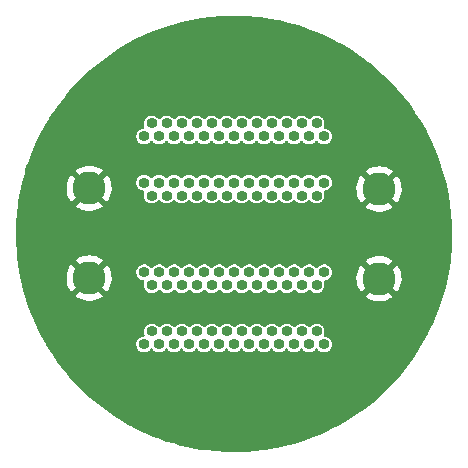
<source format=gtl>
G04 #@! TF.GenerationSoftware,KiCad,Pcbnew,(6.0.5)*
G04 #@! TF.CreationDate,2022-09-27T11:09:54-06:00*
G04 #@! TF.ProjectId,Double_MicroD_25_Gateway,446f7562-6c65-45f4-9d69-63726f445f32,rev?*
G04 #@! TF.SameCoordinates,Original*
G04 #@! TF.FileFunction,Copper,L1,Top*
G04 #@! TF.FilePolarity,Positive*
%FSLAX46Y46*%
G04 Gerber Fmt 4.6, Leading zero omitted, Abs format (unit mm)*
G04 Created by KiCad (PCBNEW (6.0.5)) date 2022-09-27 11:09:54*
%MOMM*%
%LPD*%
G01*
G04 APERTURE LIST*
G04 #@! TA.AperFunction,ComponentPad*
%ADD10O,0.920000X0.920000*%
G04 #@! TD*
G04 #@! TA.AperFunction,SMDPad,CuDef*
%ADD11C,2.800000*%
G04 #@! TD*
G04 #@! TA.AperFunction,ViaPad*
%ADD12C,0.800000*%
G04 #@! TD*
G04 APERTURE END LIST*
D10*
X-7620000Y4350000D03*
X-6350000Y4350000D03*
X-5080000Y4350000D03*
X-3810000Y4350000D03*
X-2540000Y4350000D03*
X-1270000Y4350000D03*
X0Y4350000D03*
X1270000Y4350000D03*
X2540000Y4350000D03*
X3810000Y4350000D03*
X5080000Y4350000D03*
X6350000Y4350000D03*
X7620000Y4350000D03*
X-6985000Y3250000D03*
X-5715000Y3250000D03*
X-4445000Y3250000D03*
X-3175000Y3250000D03*
X-1905000Y3250000D03*
X-635000Y3250000D03*
X635000Y3250000D03*
X1905000Y3250000D03*
X3175000Y3250000D03*
X4445000Y3250000D03*
X5715000Y3250000D03*
X6985000Y3250000D03*
D11*
X-12275000Y3860000D03*
X12275000Y3800000D03*
D10*
X-7620000Y-3250000D03*
X-6350000Y-3250000D03*
X-5080000Y-3250000D03*
X-3810000Y-3250000D03*
X-2540000Y-3250000D03*
X-1270000Y-3250000D03*
X0Y-3250000D03*
X1270000Y-3250000D03*
X2540000Y-3250000D03*
X3810000Y-3250000D03*
X5080000Y-3250000D03*
X6350000Y-3250000D03*
X7620000Y-3250000D03*
X-6985000Y-4350000D03*
X-5715000Y-4350000D03*
X-4445000Y-4350000D03*
X-3175000Y-4350000D03*
X-1905000Y-4350000D03*
X-635000Y-4350000D03*
X635000Y-4350000D03*
X1905000Y-4350000D03*
X3175000Y-4350000D03*
X4445000Y-4350000D03*
X5715000Y-4350000D03*
X6985000Y-4350000D03*
D11*
X12275000Y-3800000D03*
X-12275000Y-3740000D03*
D10*
X-7620000Y8250000D03*
X-6350000Y8250000D03*
X-5080000Y8250000D03*
X-3810000Y8250000D03*
X-2540000Y8250000D03*
X-1270000Y8250000D03*
X0Y8250000D03*
X1270000Y8250000D03*
X2540000Y8250000D03*
X3810000Y8250000D03*
X5080000Y8250000D03*
X6350000Y8250000D03*
X7620000Y8250000D03*
X-6985000Y9350000D03*
X-5715000Y9350000D03*
X-4445000Y9350000D03*
X-3175000Y9350000D03*
X-1905000Y9350000D03*
X-635000Y9350000D03*
X635000Y9350000D03*
X1905000Y9350000D03*
X3175000Y9350000D03*
X4445000Y9350000D03*
X5715000Y9350000D03*
X6985000Y9350000D03*
X-7620000Y-9350000D03*
X-6350000Y-9350000D03*
X-5080000Y-9350000D03*
X-3810000Y-9350000D03*
X-2540000Y-9350000D03*
X-1270000Y-9350000D03*
X0Y-9350000D03*
X1270000Y-9350000D03*
X2540000Y-9350000D03*
X3810000Y-9350000D03*
X5080000Y-9350000D03*
X6350000Y-9350000D03*
X7620000Y-9350000D03*
X-6985000Y-8250000D03*
X-5715000Y-8250000D03*
X-4445000Y-8250000D03*
X-3175000Y-8250000D03*
X-1905000Y-8250000D03*
X-635000Y-8250000D03*
X635000Y-8250000D03*
X1905000Y-8250000D03*
X3175000Y-8250000D03*
X4445000Y-8250000D03*
X5715000Y-8250000D03*
X6985000Y-8250000D03*
D12*
X10580135Y14562306D03*
X10580135Y-14562306D03*
X-10580135Y-14562306D03*
X17119017Y-5562306D03*
X17119017Y5562306D03*
X-14562306Y10580135D03*
X14562306Y10580135D03*
X-5562306Y17119017D03*
X14562306Y-10580135D03*
X5562306Y-17119017D03*
X0Y18000000D03*
X-14562306Y-10580135D03*
X-17119017Y5562306D03*
X-5562306Y-17119017D03*
X18000000Y0D03*
X0Y-18000000D03*
X-10580135Y14562306D03*
X-18000000Y0D03*
X-17119017Y-5562306D03*
X5562306Y17119017D03*
G04 #@! TA.AperFunction,Conductor*
G36*
X513021Y18469311D02*
G01*
X518736Y18469152D01*
X1350336Y18427025D01*
X1356038Y18426606D01*
X1791564Y18384670D01*
X2184864Y18346799D01*
X2190505Y18346126D01*
X2672548Y18277522D01*
X3014865Y18228803D01*
X3020505Y18227869D01*
X3838657Y18073277D01*
X3844249Y18072089D01*
X4654592Y17880532D01*
X4660125Y17879090D01*
X5460891Y17650987D01*
X5466349Y17649298D01*
X6255991Y17385088D01*
X6261351Y17383158D01*
X6746332Y17196019D01*
X7038193Y17083399D01*
X7043478Y17081220D01*
X7805890Y16746544D01*
X7811053Y16744137D01*
X8322802Y16491215D01*
X8557509Y16375215D01*
X8562576Y16372567D01*
X9291549Y15970152D01*
X9296490Y15967276D01*
X10006440Y15532219D01*
X10011245Y15529122D01*
X10700715Y15062316D01*
X10705376Y15059004D01*
X10944415Y14880830D01*
X11372997Y14561374D01*
X11377470Y14557880D01*
X11491114Y14464863D01*
X12021821Y14030484D01*
X12026162Y14026763D01*
X12645895Y13470709D01*
X12650063Y13466796D01*
X13243972Y12883163D01*
X13247957Y12879064D01*
X13814749Y12269123D01*
X13818545Y12264847D01*
X14357086Y11629820D01*
X14360684Y11625377D01*
X14869862Y10966578D01*
X14873255Y10961977D01*
X15352046Y10280728D01*
X15355226Y10275977D01*
X15802602Y9573736D01*
X15805564Y9568845D01*
X16220621Y8847038D01*
X16223358Y8842019D01*
X16405816Y8488514D01*
X16518374Y8270438D01*
X16605261Y8102097D01*
X16607760Y8096971D01*
X16840571Y7590805D01*
X16955695Y7340508D01*
X16957966Y7335261D01*
X17271231Y6563783D01*
X17273261Y6558439D01*
X17551204Y5773553D01*
X17552989Y5768123D01*
X17783577Y5009170D01*
X17795044Y4971426D01*
X17796579Y4965926D01*
X18000885Y4164408D01*
X18002244Y4159075D01*
X18003527Y4153518D01*
X18107165Y3653068D01*
X18172378Y3338162D01*
X18173410Y3332539D01*
X18305099Y2510375D01*
X18305875Y2504711D01*
X18400135Y1677410D01*
X18400652Y1671726D01*
X18456225Y856568D01*
X18457285Y841016D01*
X18457544Y835325D01*
X18472109Y193482D01*
X18476453Y2073D01*
X18476478Y-2105D01*
X18472470Y-384853D01*
X18472357Y-389030D01*
X18436004Y-1221655D01*
X18435626Y-1227344D01*
X18362519Y-2046500D01*
X18361608Y-2056703D01*
X18360973Y-2062368D01*
X18326335Y-2318557D01*
X18249408Y-2887519D01*
X18248513Y-2893166D01*
X18099630Y-3712413D01*
X18098481Y-3718014D01*
X17912593Y-4529644D01*
X17911190Y-4535186D01*
X17688680Y-5337533D01*
X17687028Y-5343006D01*
X17428343Y-6134453D01*
X17426448Y-6139835D01*
X17132121Y-6918749D01*
X17129980Y-6924047D01*
X16824918Y-7632396D01*
X16800631Y-7688789D01*
X16798257Y-7693974D01*
X16444647Y-8422206D01*
X16434554Y-8442992D01*
X16431944Y-8448070D01*
X16181139Y-8909995D01*
X16034634Y-9179823D01*
X16031793Y-9184784D01*
X15601695Y-9897767D01*
X15598631Y-9902594D01*
X15136657Y-10595294D01*
X15133378Y-10599978D01*
X14640430Y-11271046D01*
X14636942Y-11275575D01*
X14114066Y-11923581D01*
X14110375Y-11927948D01*
X13558661Y-12551548D01*
X13554777Y-12555743D01*
X12975315Y-13153702D01*
X12971244Y-13157716D01*
X12365275Y-13728752D01*
X12361026Y-13732578D01*
X11729776Y-14275538D01*
X11725359Y-14279167D01*
X11070113Y-14792946D01*
X11065535Y-14796371D01*
X10387650Y-15279902D01*
X10382921Y-15283115D01*
X9683826Y-15735380D01*
X9678956Y-15738376D01*
X8960061Y-16158464D01*
X8955061Y-16161236D01*
X8217822Y-16548295D01*
X8212721Y-16550827D01*
X7976654Y-16661409D01*
X7458692Y-16904040D01*
X7453461Y-16906347D01*
X6684190Y-17224990D01*
X6678860Y-17227057D01*
X5895947Y-17510467D01*
X5890528Y-17512291D01*
X5594031Y-17604640D01*
X5095543Y-17759902D01*
X5090063Y-17761474D01*
X4284639Y-17972773D01*
X4279109Y-17974090D01*
X3625689Y-18114171D01*
X3464940Y-18148632D01*
X3459324Y-18149703D01*
X2638083Y-18287132D01*
X2632444Y-18287945D01*
X2343471Y-18322914D01*
X1805831Y-18387975D01*
X1800141Y-18388533D01*
X969854Y-18450963D01*
X964145Y-18451263D01*
X500312Y-18465029D01*
X131817Y-18475966D01*
X126120Y-18476005D01*
X-507741Y-18466047D01*
X-706403Y-18462926D01*
X-712116Y-18462707D01*
X-1543212Y-18411875D01*
X-1548909Y-18411397D01*
X-2376862Y-18322914D01*
X-2382532Y-18322177D01*
X-2766339Y-18263447D01*
X-3205611Y-18196228D01*
X-3211200Y-18195243D01*
X-3619468Y-18113663D01*
X-4027714Y-18032087D01*
X-4033294Y-18030840D01*
X-4433332Y-17931841D01*
X-4841585Y-17830808D01*
X-4847060Y-17829321D01*
X-5605571Y-17604640D01*
X-5645427Y-17592834D01*
X-5650870Y-17591087D01*
X-5895944Y-17506223D01*
X-6437703Y-17318622D01*
X-6443035Y-17316639D01*
X-6829868Y-17162699D01*
X-7216687Y-17008765D01*
X-7221950Y-17006531D01*
X-7980838Y-16663880D01*
X-7985994Y-16661409D01*
X-8323737Y-16490062D01*
X-8728537Y-16284695D01*
X-8733566Y-16281999D01*
X-8949356Y-16159911D01*
X-9458290Y-15871971D01*
X-9463179Y-15869055D01*
X-10168536Y-15426585D01*
X-10173304Y-15423442D01*
X-10857861Y-14949432D01*
X-10862463Y-14946089D01*
X-11524840Y-14441493D01*
X-11529308Y-14437926D01*
X-12168092Y-13903820D01*
X-12172393Y-13900054D01*
X-12786267Y-13337542D01*
X-12790394Y-13333585D01*
X-13378148Y-12743775D01*
X-13382090Y-12739635D01*
X-13942467Y-12123790D01*
X-13946218Y-12119475D01*
X-14270524Y-11728847D01*
X-14478091Y-11478831D01*
X-14481633Y-11474362D01*
X-14635399Y-11271046D01*
X-14983907Y-10810237D01*
X-14987244Y-10805609D01*
X-15458862Y-10119400D01*
X-15461992Y-10114616D01*
X-15830735Y-9522206D01*
X-15901985Y-9407738D01*
X-15904893Y-9402822D01*
X-15938445Y-9343033D01*
X-8285315Y-9343033D01*
X-8267772Y-9501933D01*
X-8265163Y-9509064D01*
X-8265162Y-9509066D01*
X-8260353Y-9522206D01*
X-8212832Y-9652063D01*
X-8208595Y-9658369D01*
X-8208593Y-9658372D01*
X-8167580Y-9719405D01*
X-8123667Y-9784754D01*
X-8118049Y-9789866D01*
X-8011046Y-9887232D01*
X-8011042Y-9887235D01*
X-8005425Y-9892346D01*
X-7998748Y-9895972D01*
X-7998747Y-9895972D01*
X-7871609Y-9965003D01*
X-7871607Y-9965004D01*
X-7864932Y-9968628D01*
X-7857583Y-9970556D01*
X-7717648Y-10007267D01*
X-7717646Y-10007267D01*
X-7710298Y-10009195D01*
X-7628878Y-10010474D01*
X-7558051Y-10011587D01*
X-7558048Y-10011587D01*
X-7550452Y-10011706D01*
X-7543048Y-10010010D01*
X-7543046Y-10010010D01*
X-7485478Y-9996825D01*
X-7394620Y-9976016D01*
X-7251800Y-9904185D01*
X-7246029Y-9899256D01*
X-7246026Y-9899254D01*
X-7136015Y-9805295D01*
X-7130237Y-9800360D01*
X-7087688Y-9741147D01*
X-7031693Y-9697500D01*
X-6960989Y-9691055D01*
X-6898025Y-9723858D01*
X-6880790Y-9744391D01*
X-6853667Y-9784754D01*
X-6848049Y-9789866D01*
X-6741046Y-9887232D01*
X-6741042Y-9887235D01*
X-6735425Y-9892346D01*
X-6728748Y-9895972D01*
X-6728747Y-9895972D01*
X-6601609Y-9965003D01*
X-6601607Y-9965004D01*
X-6594932Y-9968628D01*
X-6587583Y-9970556D01*
X-6447648Y-10007267D01*
X-6447646Y-10007267D01*
X-6440298Y-10009195D01*
X-6358878Y-10010474D01*
X-6288051Y-10011587D01*
X-6288048Y-10011587D01*
X-6280452Y-10011706D01*
X-6273048Y-10010010D01*
X-6273046Y-10010010D01*
X-6215478Y-9996825D01*
X-6124620Y-9976016D01*
X-5981800Y-9904185D01*
X-5976029Y-9899256D01*
X-5976026Y-9899254D01*
X-5866015Y-9805295D01*
X-5860237Y-9800360D01*
X-5817688Y-9741147D01*
X-5761693Y-9697500D01*
X-5690989Y-9691055D01*
X-5628025Y-9723858D01*
X-5610790Y-9744391D01*
X-5583667Y-9784754D01*
X-5578049Y-9789866D01*
X-5471046Y-9887232D01*
X-5471042Y-9887235D01*
X-5465425Y-9892346D01*
X-5458748Y-9895972D01*
X-5458747Y-9895972D01*
X-5331609Y-9965003D01*
X-5331607Y-9965004D01*
X-5324932Y-9968628D01*
X-5317583Y-9970556D01*
X-5177648Y-10007267D01*
X-5177646Y-10007267D01*
X-5170298Y-10009195D01*
X-5088878Y-10010474D01*
X-5018051Y-10011587D01*
X-5018048Y-10011587D01*
X-5010452Y-10011706D01*
X-5003048Y-10010010D01*
X-5003046Y-10010010D01*
X-4945478Y-9996825D01*
X-4854620Y-9976016D01*
X-4711800Y-9904185D01*
X-4706029Y-9899256D01*
X-4706026Y-9899254D01*
X-4596015Y-9805295D01*
X-4590237Y-9800360D01*
X-4547688Y-9741147D01*
X-4491693Y-9697500D01*
X-4420989Y-9691055D01*
X-4358025Y-9723858D01*
X-4340790Y-9744391D01*
X-4313667Y-9784754D01*
X-4308049Y-9789866D01*
X-4201046Y-9887232D01*
X-4201042Y-9887235D01*
X-4195425Y-9892346D01*
X-4188748Y-9895972D01*
X-4188747Y-9895972D01*
X-4061609Y-9965003D01*
X-4061607Y-9965004D01*
X-4054932Y-9968628D01*
X-4047583Y-9970556D01*
X-3907648Y-10007267D01*
X-3907646Y-10007267D01*
X-3900298Y-10009195D01*
X-3818878Y-10010474D01*
X-3748051Y-10011587D01*
X-3748048Y-10011587D01*
X-3740452Y-10011706D01*
X-3733048Y-10010010D01*
X-3733046Y-10010010D01*
X-3675478Y-9996825D01*
X-3584620Y-9976016D01*
X-3441800Y-9904185D01*
X-3436029Y-9899256D01*
X-3436026Y-9899254D01*
X-3326015Y-9805295D01*
X-3320237Y-9800360D01*
X-3277688Y-9741147D01*
X-3221693Y-9697500D01*
X-3150989Y-9691055D01*
X-3088025Y-9723858D01*
X-3070790Y-9744391D01*
X-3043667Y-9784754D01*
X-3038049Y-9789866D01*
X-2931046Y-9887232D01*
X-2931042Y-9887235D01*
X-2925425Y-9892346D01*
X-2918748Y-9895972D01*
X-2918747Y-9895972D01*
X-2791609Y-9965003D01*
X-2791607Y-9965004D01*
X-2784932Y-9968628D01*
X-2777583Y-9970556D01*
X-2637648Y-10007267D01*
X-2637646Y-10007267D01*
X-2630298Y-10009195D01*
X-2548878Y-10010474D01*
X-2478051Y-10011587D01*
X-2478048Y-10011587D01*
X-2470452Y-10011706D01*
X-2463048Y-10010010D01*
X-2463046Y-10010010D01*
X-2405478Y-9996825D01*
X-2314620Y-9976016D01*
X-2171800Y-9904185D01*
X-2166029Y-9899256D01*
X-2166026Y-9899254D01*
X-2056015Y-9805295D01*
X-2050237Y-9800360D01*
X-2007688Y-9741147D01*
X-1951693Y-9697500D01*
X-1880989Y-9691055D01*
X-1818025Y-9723858D01*
X-1800790Y-9744391D01*
X-1773667Y-9784754D01*
X-1768049Y-9789866D01*
X-1661046Y-9887232D01*
X-1661042Y-9887235D01*
X-1655425Y-9892346D01*
X-1648748Y-9895972D01*
X-1648747Y-9895972D01*
X-1521609Y-9965003D01*
X-1521607Y-9965004D01*
X-1514932Y-9968628D01*
X-1507583Y-9970556D01*
X-1367648Y-10007267D01*
X-1367646Y-10007267D01*
X-1360298Y-10009195D01*
X-1278878Y-10010474D01*
X-1208051Y-10011587D01*
X-1208048Y-10011587D01*
X-1200452Y-10011706D01*
X-1193048Y-10010010D01*
X-1193046Y-10010010D01*
X-1135478Y-9996825D01*
X-1044620Y-9976016D01*
X-901800Y-9904185D01*
X-896029Y-9899256D01*
X-896026Y-9899254D01*
X-786015Y-9805295D01*
X-780237Y-9800360D01*
X-737688Y-9741147D01*
X-681693Y-9697500D01*
X-610989Y-9691055D01*
X-548025Y-9723858D01*
X-530790Y-9744391D01*
X-503667Y-9784754D01*
X-498049Y-9789866D01*
X-391046Y-9887232D01*
X-391042Y-9887235D01*
X-385425Y-9892346D01*
X-378748Y-9895972D01*
X-378747Y-9895972D01*
X-251609Y-9965003D01*
X-251607Y-9965004D01*
X-244932Y-9968628D01*
X-237583Y-9970556D01*
X-97648Y-10007267D01*
X-97646Y-10007267D01*
X-90298Y-10009195D01*
X-8878Y-10010474D01*
X61949Y-10011587D01*
X61952Y-10011587D01*
X69548Y-10011706D01*
X76952Y-10010010D01*
X76954Y-10010010D01*
X134522Y-9996825D01*
X225380Y-9976016D01*
X368200Y-9904185D01*
X373971Y-9899256D01*
X373974Y-9899254D01*
X483985Y-9805295D01*
X489763Y-9800360D01*
X532312Y-9741147D01*
X588307Y-9697500D01*
X659011Y-9691055D01*
X721975Y-9723858D01*
X739210Y-9744391D01*
X766333Y-9784754D01*
X771951Y-9789866D01*
X878954Y-9887232D01*
X878958Y-9887235D01*
X884575Y-9892346D01*
X891252Y-9895972D01*
X891253Y-9895972D01*
X1018391Y-9965003D01*
X1018393Y-9965004D01*
X1025068Y-9968628D01*
X1032417Y-9970556D01*
X1172352Y-10007267D01*
X1172354Y-10007267D01*
X1179702Y-10009195D01*
X1261122Y-10010474D01*
X1331949Y-10011587D01*
X1331952Y-10011587D01*
X1339548Y-10011706D01*
X1346952Y-10010010D01*
X1346954Y-10010010D01*
X1404522Y-9996825D01*
X1495380Y-9976016D01*
X1638200Y-9904185D01*
X1643971Y-9899256D01*
X1643974Y-9899254D01*
X1753985Y-9805295D01*
X1759763Y-9800360D01*
X1802312Y-9741147D01*
X1858307Y-9697500D01*
X1929011Y-9691055D01*
X1991975Y-9723858D01*
X2009210Y-9744391D01*
X2036333Y-9784754D01*
X2041951Y-9789866D01*
X2148954Y-9887232D01*
X2148958Y-9887235D01*
X2154575Y-9892346D01*
X2161252Y-9895972D01*
X2161253Y-9895972D01*
X2288391Y-9965003D01*
X2288393Y-9965004D01*
X2295068Y-9968628D01*
X2302417Y-9970556D01*
X2442352Y-10007267D01*
X2442354Y-10007267D01*
X2449702Y-10009195D01*
X2531122Y-10010474D01*
X2601949Y-10011587D01*
X2601952Y-10011587D01*
X2609548Y-10011706D01*
X2616952Y-10010010D01*
X2616954Y-10010010D01*
X2674522Y-9996825D01*
X2765380Y-9976016D01*
X2908200Y-9904185D01*
X2913971Y-9899256D01*
X2913974Y-9899254D01*
X3023985Y-9805295D01*
X3029763Y-9800360D01*
X3072312Y-9741147D01*
X3128307Y-9697500D01*
X3199011Y-9691055D01*
X3261975Y-9723858D01*
X3279210Y-9744391D01*
X3306333Y-9784754D01*
X3311951Y-9789866D01*
X3418954Y-9887232D01*
X3418958Y-9887235D01*
X3424575Y-9892346D01*
X3431252Y-9895972D01*
X3431253Y-9895972D01*
X3558391Y-9965003D01*
X3558393Y-9965004D01*
X3565068Y-9968628D01*
X3572417Y-9970556D01*
X3712352Y-10007267D01*
X3712354Y-10007267D01*
X3719702Y-10009195D01*
X3801122Y-10010474D01*
X3871949Y-10011587D01*
X3871952Y-10011587D01*
X3879548Y-10011706D01*
X3886952Y-10010010D01*
X3886954Y-10010010D01*
X3944522Y-9996825D01*
X4035380Y-9976016D01*
X4178200Y-9904185D01*
X4183971Y-9899256D01*
X4183974Y-9899254D01*
X4293985Y-9805295D01*
X4299763Y-9800360D01*
X4342312Y-9741147D01*
X4398307Y-9697500D01*
X4469011Y-9691055D01*
X4531975Y-9723858D01*
X4549210Y-9744391D01*
X4576333Y-9784754D01*
X4581951Y-9789866D01*
X4688954Y-9887232D01*
X4688958Y-9887235D01*
X4694575Y-9892346D01*
X4701252Y-9895972D01*
X4701253Y-9895972D01*
X4828391Y-9965003D01*
X4828393Y-9965004D01*
X4835068Y-9968628D01*
X4842417Y-9970556D01*
X4982352Y-10007267D01*
X4982354Y-10007267D01*
X4989702Y-10009195D01*
X5071122Y-10010474D01*
X5141949Y-10011587D01*
X5141952Y-10011587D01*
X5149548Y-10011706D01*
X5156952Y-10010010D01*
X5156954Y-10010010D01*
X5214522Y-9996825D01*
X5305380Y-9976016D01*
X5448200Y-9904185D01*
X5453971Y-9899256D01*
X5453974Y-9899254D01*
X5563985Y-9805295D01*
X5569763Y-9800360D01*
X5612312Y-9741147D01*
X5668307Y-9697500D01*
X5739011Y-9691055D01*
X5801975Y-9723858D01*
X5819210Y-9744391D01*
X5846333Y-9784754D01*
X5851951Y-9789866D01*
X5958954Y-9887232D01*
X5958958Y-9887235D01*
X5964575Y-9892346D01*
X5971252Y-9895972D01*
X5971253Y-9895972D01*
X6098391Y-9965003D01*
X6098393Y-9965004D01*
X6105068Y-9968628D01*
X6112417Y-9970556D01*
X6252352Y-10007267D01*
X6252354Y-10007267D01*
X6259702Y-10009195D01*
X6341122Y-10010474D01*
X6411949Y-10011587D01*
X6411952Y-10011587D01*
X6419548Y-10011706D01*
X6426952Y-10010010D01*
X6426954Y-10010010D01*
X6484522Y-9996825D01*
X6575380Y-9976016D01*
X6718200Y-9904185D01*
X6723971Y-9899256D01*
X6723974Y-9899254D01*
X6833985Y-9805295D01*
X6839763Y-9800360D01*
X6882312Y-9741147D01*
X6938307Y-9697500D01*
X7009011Y-9691055D01*
X7071975Y-9723858D01*
X7089210Y-9744391D01*
X7116333Y-9784754D01*
X7121951Y-9789866D01*
X7228954Y-9887232D01*
X7228958Y-9887235D01*
X7234575Y-9892346D01*
X7241252Y-9895972D01*
X7241253Y-9895972D01*
X7368391Y-9965003D01*
X7368393Y-9965004D01*
X7375068Y-9968628D01*
X7382417Y-9970556D01*
X7522352Y-10007267D01*
X7522354Y-10007267D01*
X7529702Y-10009195D01*
X7611122Y-10010474D01*
X7681949Y-10011587D01*
X7681952Y-10011587D01*
X7689548Y-10011706D01*
X7696952Y-10010010D01*
X7696954Y-10010010D01*
X7754522Y-9996825D01*
X7845380Y-9976016D01*
X7988200Y-9904185D01*
X7993971Y-9899256D01*
X7993974Y-9899254D01*
X8103985Y-9805295D01*
X8109763Y-9800360D01*
X8203052Y-9670535D01*
X8262680Y-9522206D01*
X8285205Y-9363934D01*
X8285351Y-9350000D01*
X8266145Y-9191292D01*
X8209636Y-9041746D01*
X8119087Y-8909995D01*
X8113249Y-8904793D01*
X8005396Y-8808701D01*
X7999725Y-8803648D01*
X7992271Y-8799701D01*
X7865154Y-8732396D01*
X7865155Y-8732396D01*
X7858440Y-8728841D01*
X7703391Y-8689895D01*
X7695790Y-8689855D01*
X7690611Y-8689201D01*
X7625534Y-8660820D01*
X7586132Y-8601761D01*
X7584914Y-8530775D01*
X7589494Y-8517198D01*
X7624844Y-8429263D01*
X7624846Y-8429256D01*
X7627680Y-8422206D01*
X7650205Y-8263934D01*
X7650351Y-8250000D01*
X7631145Y-8091292D01*
X7574636Y-7941746D01*
X7552364Y-7909339D01*
X7488389Y-7816254D01*
X7488387Y-7816252D01*
X7484087Y-7809995D01*
X7478249Y-7804793D01*
X7370396Y-7708701D01*
X7364725Y-7703648D01*
X7357271Y-7699701D01*
X7230154Y-7632396D01*
X7230155Y-7632396D01*
X7223440Y-7628841D01*
X7068391Y-7589895D01*
X7060793Y-7589855D01*
X7060791Y-7589855D01*
X6993513Y-7589503D01*
X6908526Y-7589058D01*
X6901146Y-7590830D01*
X6901144Y-7590830D01*
X6760456Y-7624606D01*
X6760453Y-7624607D01*
X6753077Y-7626378D01*
X6663580Y-7672571D01*
X6622088Y-7693987D01*
X6611017Y-7699701D01*
X6490548Y-7804793D01*
X6486183Y-7811003D01*
X6486180Y-7811007D01*
X6453208Y-7857922D01*
X6397673Y-7902154D01*
X6327041Y-7909339D01*
X6263737Y-7877197D01*
X6246281Y-7856838D01*
X6218389Y-7816254D01*
X6218387Y-7816252D01*
X6214087Y-7809995D01*
X6208249Y-7804793D01*
X6100396Y-7708701D01*
X6094725Y-7703648D01*
X6087271Y-7699701D01*
X5960154Y-7632396D01*
X5960155Y-7632396D01*
X5953440Y-7628841D01*
X5798391Y-7589895D01*
X5790793Y-7589855D01*
X5790791Y-7589855D01*
X5723513Y-7589503D01*
X5638526Y-7589058D01*
X5631146Y-7590830D01*
X5631144Y-7590830D01*
X5490456Y-7624606D01*
X5490453Y-7624607D01*
X5483077Y-7626378D01*
X5393580Y-7672571D01*
X5352088Y-7693987D01*
X5341017Y-7699701D01*
X5220548Y-7804793D01*
X5216183Y-7811003D01*
X5216180Y-7811007D01*
X5183208Y-7857922D01*
X5127673Y-7902154D01*
X5057041Y-7909339D01*
X4993737Y-7877197D01*
X4976281Y-7856838D01*
X4948389Y-7816254D01*
X4948387Y-7816252D01*
X4944087Y-7809995D01*
X4938249Y-7804793D01*
X4830396Y-7708701D01*
X4824725Y-7703648D01*
X4817271Y-7699701D01*
X4690154Y-7632396D01*
X4690155Y-7632396D01*
X4683440Y-7628841D01*
X4528391Y-7589895D01*
X4520793Y-7589855D01*
X4520791Y-7589855D01*
X4453513Y-7589503D01*
X4368526Y-7589058D01*
X4361146Y-7590830D01*
X4361144Y-7590830D01*
X4220456Y-7624606D01*
X4220453Y-7624607D01*
X4213077Y-7626378D01*
X4123580Y-7672571D01*
X4082088Y-7693987D01*
X4071017Y-7699701D01*
X3950548Y-7804793D01*
X3946183Y-7811003D01*
X3946180Y-7811007D01*
X3913208Y-7857922D01*
X3857673Y-7902154D01*
X3787041Y-7909339D01*
X3723737Y-7877197D01*
X3706281Y-7856838D01*
X3678389Y-7816254D01*
X3678387Y-7816252D01*
X3674087Y-7809995D01*
X3668249Y-7804793D01*
X3560396Y-7708701D01*
X3554725Y-7703648D01*
X3547271Y-7699701D01*
X3420154Y-7632396D01*
X3420155Y-7632396D01*
X3413440Y-7628841D01*
X3258391Y-7589895D01*
X3250793Y-7589855D01*
X3250791Y-7589855D01*
X3183513Y-7589503D01*
X3098526Y-7589058D01*
X3091146Y-7590830D01*
X3091144Y-7590830D01*
X2950456Y-7624606D01*
X2950453Y-7624607D01*
X2943077Y-7626378D01*
X2853580Y-7672571D01*
X2812088Y-7693987D01*
X2801017Y-7699701D01*
X2680548Y-7804793D01*
X2676183Y-7811003D01*
X2676180Y-7811007D01*
X2643208Y-7857922D01*
X2587673Y-7902154D01*
X2517041Y-7909339D01*
X2453737Y-7877197D01*
X2436281Y-7856838D01*
X2408389Y-7816254D01*
X2408387Y-7816252D01*
X2404087Y-7809995D01*
X2398249Y-7804793D01*
X2290396Y-7708701D01*
X2284725Y-7703648D01*
X2277271Y-7699701D01*
X2150154Y-7632396D01*
X2150155Y-7632396D01*
X2143440Y-7628841D01*
X1988391Y-7589895D01*
X1980793Y-7589855D01*
X1980791Y-7589855D01*
X1913513Y-7589503D01*
X1828526Y-7589058D01*
X1821146Y-7590830D01*
X1821144Y-7590830D01*
X1680456Y-7624606D01*
X1680453Y-7624607D01*
X1673077Y-7626378D01*
X1583580Y-7672571D01*
X1542088Y-7693987D01*
X1531017Y-7699701D01*
X1410548Y-7804793D01*
X1406183Y-7811003D01*
X1406180Y-7811007D01*
X1373208Y-7857922D01*
X1317673Y-7902154D01*
X1247041Y-7909339D01*
X1183737Y-7877197D01*
X1166281Y-7856838D01*
X1138389Y-7816254D01*
X1138387Y-7816252D01*
X1134087Y-7809995D01*
X1128249Y-7804793D01*
X1020396Y-7708701D01*
X1014725Y-7703648D01*
X1007271Y-7699701D01*
X880154Y-7632396D01*
X880155Y-7632396D01*
X873440Y-7628841D01*
X718391Y-7589895D01*
X710793Y-7589855D01*
X710791Y-7589855D01*
X643513Y-7589503D01*
X558526Y-7589058D01*
X551146Y-7590830D01*
X551144Y-7590830D01*
X410456Y-7624606D01*
X410453Y-7624607D01*
X403077Y-7626378D01*
X313580Y-7672571D01*
X272088Y-7693987D01*
X261017Y-7699701D01*
X140548Y-7804793D01*
X136183Y-7811003D01*
X136180Y-7811007D01*
X103208Y-7857922D01*
X47673Y-7902154D01*
X-22959Y-7909339D01*
X-86263Y-7877197D01*
X-103719Y-7856838D01*
X-131611Y-7816254D01*
X-131613Y-7816252D01*
X-135913Y-7809995D01*
X-141751Y-7804793D01*
X-249604Y-7708701D01*
X-255275Y-7703648D01*
X-262729Y-7699701D01*
X-389846Y-7632396D01*
X-389845Y-7632396D01*
X-396560Y-7628841D01*
X-551609Y-7589895D01*
X-559207Y-7589855D01*
X-559209Y-7589855D01*
X-626487Y-7589503D01*
X-711474Y-7589058D01*
X-718854Y-7590830D01*
X-718856Y-7590830D01*
X-859544Y-7624606D01*
X-859547Y-7624607D01*
X-866923Y-7626378D01*
X-956420Y-7672571D01*
X-997912Y-7693987D01*
X-1008983Y-7699701D01*
X-1129452Y-7804793D01*
X-1133817Y-7811003D01*
X-1133820Y-7811007D01*
X-1166792Y-7857922D01*
X-1222327Y-7902154D01*
X-1292959Y-7909339D01*
X-1356263Y-7877197D01*
X-1373719Y-7856838D01*
X-1401611Y-7816254D01*
X-1401613Y-7816252D01*
X-1405913Y-7809995D01*
X-1411751Y-7804793D01*
X-1519604Y-7708701D01*
X-1525275Y-7703648D01*
X-1532729Y-7699701D01*
X-1659846Y-7632396D01*
X-1659845Y-7632396D01*
X-1666560Y-7628841D01*
X-1821609Y-7589895D01*
X-1829207Y-7589855D01*
X-1829209Y-7589855D01*
X-1896487Y-7589503D01*
X-1981474Y-7589058D01*
X-1988854Y-7590830D01*
X-1988856Y-7590830D01*
X-2129544Y-7624606D01*
X-2129547Y-7624607D01*
X-2136923Y-7626378D01*
X-2226420Y-7672571D01*
X-2267912Y-7693987D01*
X-2278983Y-7699701D01*
X-2399452Y-7804793D01*
X-2403817Y-7811003D01*
X-2403820Y-7811007D01*
X-2436792Y-7857922D01*
X-2492327Y-7902154D01*
X-2562959Y-7909339D01*
X-2626263Y-7877197D01*
X-2643719Y-7856838D01*
X-2671611Y-7816254D01*
X-2671613Y-7816252D01*
X-2675913Y-7809995D01*
X-2681751Y-7804793D01*
X-2789604Y-7708701D01*
X-2795275Y-7703648D01*
X-2802729Y-7699701D01*
X-2929846Y-7632396D01*
X-2929845Y-7632396D01*
X-2936560Y-7628841D01*
X-3091609Y-7589895D01*
X-3099207Y-7589855D01*
X-3099209Y-7589855D01*
X-3166487Y-7589503D01*
X-3251474Y-7589058D01*
X-3258854Y-7590830D01*
X-3258856Y-7590830D01*
X-3399544Y-7624606D01*
X-3399547Y-7624607D01*
X-3406923Y-7626378D01*
X-3496420Y-7672571D01*
X-3537912Y-7693987D01*
X-3548983Y-7699701D01*
X-3669452Y-7804793D01*
X-3673817Y-7811003D01*
X-3673820Y-7811007D01*
X-3706792Y-7857922D01*
X-3762327Y-7902154D01*
X-3832959Y-7909339D01*
X-3896263Y-7877197D01*
X-3913719Y-7856838D01*
X-3941611Y-7816254D01*
X-3941613Y-7816252D01*
X-3945913Y-7809995D01*
X-3951751Y-7804793D01*
X-4059604Y-7708701D01*
X-4065275Y-7703648D01*
X-4072729Y-7699701D01*
X-4199846Y-7632396D01*
X-4199845Y-7632396D01*
X-4206560Y-7628841D01*
X-4361609Y-7589895D01*
X-4369207Y-7589855D01*
X-4369209Y-7589855D01*
X-4436487Y-7589503D01*
X-4521474Y-7589058D01*
X-4528854Y-7590830D01*
X-4528856Y-7590830D01*
X-4669544Y-7624606D01*
X-4669547Y-7624607D01*
X-4676923Y-7626378D01*
X-4766420Y-7672571D01*
X-4807912Y-7693987D01*
X-4818983Y-7699701D01*
X-4939452Y-7804793D01*
X-4943817Y-7811003D01*
X-4943820Y-7811007D01*
X-4976792Y-7857922D01*
X-5032327Y-7902154D01*
X-5102959Y-7909339D01*
X-5166263Y-7877197D01*
X-5183719Y-7856838D01*
X-5211611Y-7816254D01*
X-5211613Y-7816252D01*
X-5215913Y-7809995D01*
X-5221751Y-7804793D01*
X-5329604Y-7708701D01*
X-5335275Y-7703648D01*
X-5342729Y-7699701D01*
X-5469846Y-7632396D01*
X-5469845Y-7632396D01*
X-5476560Y-7628841D01*
X-5631609Y-7589895D01*
X-5639207Y-7589855D01*
X-5639209Y-7589855D01*
X-5706487Y-7589503D01*
X-5791474Y-7589058D01*
X-5798854Y-7590830D01*
X-5798856Y-7590830D01*
X-5939544Y-7624606D01*
X-5939547Y-7624607D01*
X-5946923Y-7626378D01*
X-6036420Y-7672571D01*
X-6077912Y-7693987D01*
X-6088983Y-7699701D01*
X-6209452Y-7804793D01*
X-6213817Y-7811003D01*
X-6213820Y-7811007D01*
X-6246792Y-7857922D01*
X-6302327Y-7902154D01*
X-6372959Y-7909339D01*
X-6436263Y-7877197D01*
X-6453719Y-7856838D01*
X-6481611Y-7816254D01*
X-6481613Y-7816252D01*
X-6485913Y-7809995D01*
X-6491751Y-7804793D01*
X-6599604Y-7708701D01*
X-6605275Y-7703648D01*
X-6612729Y-7699701D01*
X-6739846Y-7632396D01*
X-6739845Y-7632396D01*
X-6746560Y-7628841D01*
X-6901609Y-7589895D01*
X-6909207Y-7589855D01*
X-6909209Y-7589855D01*
X-6976487Y-7589503D01*
X-7061474Y-7589058D01*
X-7068854Y-7590830D01*
X-7068856Y-7590830D01*
X-7209544Y-7624606D01*
X-7209547Y-7624607D01*
X-7216923Y-7626378D01*
X-7306420Y-7672571D01*
X-7347912Y-7693987D01*
X-7358983Y-7699701D01*
X-7479452Y-7804793D01*
X-7483819Y-7811007D01*
X-7564089Y-7925220D01*
X-7571376Y-7935588D01*
X-7574136Y-7942668D01*
X-7620287Y-8061038D01*
X-7629448Y-8084534D01*
X-7630440Y-8092067D01*
X-7630440Y-8092068D01*
X-7631330Y-8098832D01*
X-7650315Y-8243033D01*
X-7632772Y-8401933D01*
X-7630163Y-8409064D01*
X-7630162Y-8409066D01*
X-7589160Y-8521109D01*
X-7584534Y-8591955D01*
X-7618944Y-8654055D01*
X-7681465Y-8687694D01*
X-7690040Y-8689092D01*
X-7696474Y-8689058D01*
X-7773715Y-8707602D01*
X-7844544Y-8724606D01*
X-7844547Y-8724607D01*
X-7851923Y-8726378D01*
X-7993983Y-8799701D01*
X-8114452Y-8904793D01*
X-8206376Y-9035588D01*
X-8209136Y-9042668D01*
X-8255287Y-9161038D01*
X-8264448Y-9184534D01*
X-8265440Y-9192067D01*
X-8265440Y-9192068D01*
X-8266330Y-9198832D01*
X-8285315Y-9343033D01*
X-15938445Y-9343033D01*
X-16312382Y-8676683D01*
X-16315066Y-8671635D01*
X-16689191Y-7927773D01*
X-16691643Y-7922609D01*
X-16793911Y-7693987D01*
X-17031638Y-7162541D01*
X-17033851Y-7157277D01*
X-17125721Y-6924050D01*
X-17339021Y-6382556D01*
X-17340992Y-6377198D01*
X-17586996Y-5658679D01*
X-17610711Y-5589413D01*
X-17612435Y-5583975D01*
X-17614586Y-5576617D01*
X-17707813Y-5257806D01*
X-13427639Y-5257806D01*
X-13420249Y-5268108D01*
X-13378370Y-5302203D01*
X-13371091Y-5307318D01*
X-13147244Y-5442085D01*
X-13139330Y-5446118D01*
X-12898714Y-5548006D01*
X-12890309Y-5550883D01*
X-12637743Y-5617850D01*
X-12629011Y-5619516D01*
X-12369526Y-5650227D01*
X-12360660Y-5650645D01*
X-12099439Y-5644490D01*
X-12090586Y-5643653D01*
X-11832838Y-5600752D01*
X-11824204Y-5598679D01*
X-11575070Y-5519888D01*
X-11566808Y-5516617D01*
X-11331269Y-5403513D01*
X-11323545Y-5399107D01*
X-11201869Y-5317806D01*
X11122361Y-5317806D01*
X11129751Y-5328108D01*
X11171630Y-5362203D01*
X11178909Y-5367318D01*
X11402756Y-5502085D01*
X11410670Y-5506118D01*
X11651286Y-5608006D01*
X11659691Y-5610883D01*
X11912257Y-5677850D01*
X11920989Y-5679516D01*
X12180474Y-5710227D01*
X12189340Y-5710645D01*
X12450561Y-5704490D01*
X12459414Y-5703653D01*
X12717162Y-5660752D01*
X12725796Y-5658679D01*
X12974930Y-5579888D01*
X12983192Y-5576617D01*
X13218731Y-5463513D01*
X13226455Y-5459107D01*
X13420268Y-5329606D01*
X13428556Y-5319688D01*
X13421299Y-5305509D01*
X12287812Y-4172022D01*
X12273868Y-4164408D01*
X12272035Y-4164539D01*
X12265420Y-4168790D01*
X11129527Y-5304683D01*
X11122361Y-5317806D01*
X-11201869Y-5317806D01*
X-11129732Y-5269606D01*
X-11121444Y-5259688D01*
X-11128701Y-5245509D01*
X-12262188Y-4112022D01*
X-12276132Y-4104408D01*
X-12277965Y-4104539D01*
X-12284580Y-4108790D01*
X-13420473Y-5244683D01*
X-13427639Y-5257806D01*
X-17707813Y-5257806D01*
X-17846129Y-4784805D01*
X-17847606Y-4779294D01*
X-17847810Y-4778454D01*
X-17949865Y-4359809D01*
X-18044805Y-3970345D01*
X-18046033Y-3964762D01*
X-18101045Y-3684367D01*
X-14186755Y-3684367D01*
X-14176497Y-3945459D01*
X-14175522Y-3954288D01*
X-14128578Y-4211332D01*
X-14126369Y-4219934D01*
X-14043676Y-4467796D01*
X-14040272Y-4476014D01*
X-13923481Y-4709750D01*
X-13918957Y-4717398D01*
X-13803648Y-4884235D01*
X-13793327Y-4892589D01*
X-13779677Y-4885467D01*
X-12647022Y-3752812D01*
X-12640644Y-3741132D01*
X-11910592Y-3741132D01*
X-11910461Y-3742965D01*
X-11906210Y-3749580D01*
X-10769483Y-4886307D01*
X-10756083Y-4893624D01*
X-10746179Y-4886637D01*
X-10730314Y-4867763D01*
X-10725095Y-4860580D01*
X-10586829Y-4638876D01*
X-10582667Y-4631017D01*
X-10477012Y-4392030D01*
X-10474006Y-4383680D01*
X-10403079Y-4132192D01*
X-10401278Y-4123499D01*
X-10366328Y-3863292D01*
X-10365800Y-3856899D01*
X-10362227Y-3743222D01*
X-10362354Y-3736779D01*
X-10380894Y-3474923D01*
X-10382147Y-3466119D01*
X-10430176Y-3243033D01*
X-8285315Y-3243033D01*
X-8267772Y-3401933D01*
X-8265163Y-3409064D01*
X-8265162Y-3409066D01*
X-8255455Y-3435592D01*
X-8212832Y-3552063D01*
X-8208595Y-3558369D01*
X-8208593Y-3558372D01*
X-8196271Y-3576709D01*
X-8123667Y-3684754D01*
X-8118049Y-3689866D01*
X-8011046Y-3787232D01*
X-8011042Y-3787235D01*
X-8005425Y-3792346D01*
X-7998748Y-3795972D01*
X-7998747Y-3795972D01*
X-7871609Y-3865003D01*
X-7871607Y-3865004D01*
X-7864932Y-3868628D01*
X-7857583Y-3870556D01*
X-7717648Y-3907267D01*
X-7717646Y-3907267D01*
X-7710298Y-3909195D01*
X-7702698Y-3909314D01*
X-7695180Y-3910344D01*
X-7695422Y-3912110D01*
X-7636711Y-3930356D01*
X-7591068Y-3984736D01*
X-7582070Y-4055160D01*
X-7589097Y-4081039D01*
X-7629448Y-4184534D01*
X-7630440Y-4192067D01*
X-7630440Y-4192068D01*
X-7640875Y-4271332D01*
X-7650315Y-4343033D01*
X-7641543Y-4422483D01*
X-7638281Y-4452030D01*
X-7632772Y-4501933D01*
X-7630163Y-4509064D01*
X-7630162Y-4509066D01*
X-7622772Y-4529260D01*
X-7577832Y-4652063D01*
X-7573595Y-4658369D01*
X-7573593Y-4658372D01*
X-7546375Y-4698876D01*
X-7488667Y-4784754D01*
X-7483049Y-4789866D01*
X-7376046Y-4887232D01*
X-7376042Y-4887235D01*
X-7370425Y-4892346D01*
X-7363748Y-4895972D01*
X-7363747Y-4895972D01*
X-7236609Y-4965003D01*
X-7236607Y-4965004D01*
X-7229932Y-4968628D01*
X-7222583Y-4970556D01*
X-7082648Y-5007267D01*
X-7082646Y-5007267D01*
X-7075298Y-5009195D01*
X-6993878Y-5010474D01*
X-6923051Y-5011587D01*
X-6923048Y-5011587D01*
X-6915452Y-5011706D01*
X-6908048Y-5010010D01*
X-6908046Y-5010010D01*
X-6850478Y-4996825D01*
X-6759620Y-4976016D01*
X-6616800Y-4904185D01*
X-6611029Y-4899256D01*
X-6611026Y-4899254D01*
X-6501015Y-4805295D01*
X-6495237Y-4800360D01*
X-6452688Y-4741147D01*
X-6396693Y-4697500D01*
X-6325989Y-4691055D01*
X-6263025Y-4723858D01*
X-6245790Y-4744391D01*
X-6218667Y-4784754D01*
X-6213049Y-4789866D01*
X-6106046Y-4887232D01*
X-6106042Y-4887235D01*
X-6100425Y-4892346D01*
X-6093748Y-4895972D01*
X-6093747Y-4895972D01*
X-5966609Y-4965003D01*
X-5966607Y-4965004D01*
X-5959932Y-4968628D01*
X-5952583Y-4970556D01*
X-5812648Y-5007267D01*
X-5812646Y-5007267D01*
X-5805298Y-5009195D01*
X-5723878Y-5010474D01*
X-5653051Y-5011587D01*
X-5653048Y-5011587D01*
X-5645452Y-5011706D01*
X-5638048Y-5010010D01*
X-5638046Y-5010010D01*
X-5580478Y-4996825D01*
X-5489620Y-4976016D01*
X-5346800Y-4904185D01*
X-5341029Y-4899256D01*
X-5341026Y-4899254D01*
X-5231015Y-4805295D01*
X-5225237Y-4800360D01*
X-5182688Y-4741147D01*
X-5126693Y-4697500D01*
X-5055989Y-4691055D01*
X-4993025Y-4723858D01*
X-4975790Y-4744391D01*
X-4948667Y-4784754D01*
X-4943049Y-4789866D01*
X-4836046Y-4887232D01*
X-4836042Y-4887235D01*
X-4830425Y-4892346D01*
X-4823748Y-4895972D01*
X-4823747Y-4895972D01*
X-4696609Y-4965003D01*
X-4696607Y-4965004D01*
X-4689932Y-4968628D01*
X-4682583Y-4970556D01*
X-4542648Y-5007267D01*
X-4542646Y-5007267D01*
X-4535298Y-5009195D01*
X-4453878Y-5010474D01*
X-4383051Y-5011587D01*
X-4383048Y-5011587D01*
X-4375452Y-5011706D01*
X-4368048Y-5010010D01*
X-4368046Y-5010010D01*
X-4310478Y-4996825D01*
X-4219620Y-4976016D01*
X-4076800Y-4904185D01*
X-4071029Y-4899256D01*
X-4071026Y-4899254D01*
X-3961015Y-4805295D01*
X-3955237Y-4800360D01*
X-3912688Y-4741147D01*
X-3856693Y-4697500D01*
X-3785989Y-4691055D01*
X-3723025Y-4723858D01*
X-3705790Y-4744391D01*
X-3678667Y-4784754D01*
X-3673049Y-4789866D01*
X-3566046Y-4887232D01*
X-3566042Y-4887235D01*
X-3560425Y-4892346D01*
X-3553748Y-4895972D01*
X-3553747Y-4895972D01*
X-3426609Y-4965003D01*
X-3426607Y-4965004D01*
X-3419932Y-4968628D01*
X-3412583Y-4970556D01*
X-3272648Y-5007267D01*
X-3272646Y-5007267D01*
X-3265298Y-5009195D01*
X-3183878Y-5010474D01*
X-3113051Y-5011587D01*
X-3113048Y-5011587D01*
X-3105452Y-5011706D01*
X-3098048Y-5010010D01*
X-3098046Y-5010010D01*
X-3040478Y-4996825D01*
X-2949620Y-4976016D01*
X-2806800Y-4904185D01*
X-2801029Y-4899256D01*
X-2801026Y-4899254D01*
X-2691015Y-4805295D01*
X-2685237Y-4800360D01*
X-2642688Y-4741147D01*
X-2586693Y-4697500D01*
X-2515989Y-4691055D01*
X-2453025Y-4723858D01*
X-2435790Y-4744391D01*
X-2408667Y-4784754D01*
X-2403049Y-4789866D01*
X-2296046Y-4887232D01*
X-2296042Y-4887235D01*
X-2290425Y-4892346D01*
X-2283748Y-4895972D01*
X-2283747Y-4895972D01*
X-2156609Y-4965003D01*
X-2156607Y-4965004D01*
X-2149932Y-4968628D01*
X-2142583Y-4970556D01*
X-2002648Y-5007267D01*
X-2002646Y-5007267D01*
X-1995298Y-5009195D01*
X-1913878Y-5010474D01*
X-1843051Y-5011587D01*
X-1843048Y-5011587D01*
X-1835452Y-5011706D01*
X-1828048Y-5010010D01*
X-1828046Y-5010010D01*
X-1770478Y-4996825D01*
X-1679620Y-4976016D01*
X-1536800Y-4904185D01*
X-1531029Y-4899256D01*
X-1531026Y-4899254D01*
X-1421015Y-4805295D01*
X-1415237Y-4800360D01*
X-1372688Y-4741147D01*
X-1316693Y-4697500D01*
X-1245989Y-4691055D01*
X-1183025Y-4723858D01*
X-1165790Y-4744391D01*
X-1138667Y-4784754D01*
X-1133049Y-4789866D01*
X-1026046Y-4887232D01*
X-1026042Y-4887235D01*
X-1020425Y-4892346D01*
X-1013748Y-4895972D01*
X-1013747Y-4895972D01*
X-886609Y-4965003D01*
X-886607Y-4965004D01*
X-879932Y-4968628D01*
X-872583Y-4970556D01*
X-732648Y-5007267D01*
X-732646Y-5007267D01*
X-725298Y-5009195D01*
X-643878Y-5010474D01*
X-573051Y-5011587D01*
X-573048Y-5011587D01*
X-565452Y-5011706D01*
X-558048Y-5010010D01*
X-558046Y-5010010D01*
X-500478Y-4996825D01*
X-409620Y-4976016D01*
X-266800Y-4904185D01*
X-261029Y-4899256D01*
X-261026Y-4899254D01*
X-151015Y-4805295D01*
X-145237Y-4800360D01*
X-102688Y-4741147D01*
X-46693Y-4697500D01*
X24011Y-4691055D01*
X86975Y-4723858D01*
X104210Y-4744391D01*
X131333Y-4784754D01*
X136951Y-4789866D01*
X243954Y-4887232D01*
X243958Y-4887235D01*
X249575Y-4892346D01*
X256252Y-4895972D01*
X256253Y-4895972D01*
X383391Y-4965003D01*
X383393Y-4965004D01*
X390068Y-4968628D01*
X397417Y-4970556D01*
X537352Y-5007267D01*
X537354Y-5007267D01*
X544702Y-5009195D01*
X626122Y-5010474D01*
X696949Y-5011587D01*
X696952Y-5011587D01*
X704548Y-5011706D01*
X711952Y-5010010D01*
X711954Y-5010010D01*
X769522Y-4996825D01*
X860380Y-4976016D01*
X1003200Y-4904185D01*
X1008971Y-4899256D01*
X1008974Y-4899254D01*
X1118985Y-4805295D01*
X1124763Y-4800360D01*
X1167312Y-4741147D01*
X1223307Y-4697500D01*
X1294011Y-4691055D01*
X1356975Y-4723858D01*
X1374210Y-4744391D01*
X1401333Y-4784754D01*
X1406951Y-4789866D01*
X1513954Y-4887232D01*
X1513958Y-4887235D01*
X1519575Y-4892346D01*
X1526252Y-4895972D01*
X1526253Y-4895972D01*
X1653391Y-4965003D01*
X1653393Y-4965004D01*
X1660068Y-4968628D01*
X1667417Y-4970556D01*
X1807352Y-5007267D01*
X1807354Y-5007267D01*
X1814702Y-5009195D01*
X1896122Y-5010474D01*
X1966949Y-5011587D01*
X1966952Y-5011587D01*
X1974548Y-5011706D01*
X1981952Y-5010010D01*
X1981954Y-5010010D01*
X2039522Y-4996825D01*
X2130380Y-4976016D01*
X2273200Y-4904185D01*
X2278971Y-4899256D01*
X2278974Y-4899254D01*
X2388985Y-4805295D01*
X2394763Y-4800360D01*
X2437312Y-4741147D01*
X2493307Y-4697500D01*
X2564011Y-4691055D01*
X2626975Y-4723858D01*
X2644210Y-4744391D01*
X2671333Y-4784754D01*
X2676951Y-4789866D01*
X2783954Y-4887232D01*
X2783958Y-4887235D01*
X2789575Y-4892346D01*
X2796252Y-4895972D01*
X2796253Y-4895972D01*
X2923391Y-4965003D01*
X2923393Y-4965004D01*
X2930068Y-4968628D01*
X2937417Y-4970556D01*
X3077352Y-5007267D01*
X3077354Y-5007267D01*
X3084702Y-5009195D01*
X3166122Y-5010474D01*
X3236949Y-5011587D01*
X3236952Y-5011587D01*
X3244548Y-5011706D01*
X3251952Y-5010010D01*
X3251954Y-5010010D01*
X3309522Y-4996825D01*
X3400380Y-4976016D01*
X3543200Y-4904185D01*
X3548971Y-4899256D01*
X3548974Y-4899254D01*
X3658985Y-4805295D01*
X3664763Y-4800360D01*
X3707312Y-4741147D01*
X3763307Y-4697500D01*
X3834011Y-4691055D01*
X3896975Y-4723858D01*
X3914210Y-4744391D01*
X3941333Y-4784754D01*
X3946951Y-4789866D01*
X4053954Y-4887232D01*
X4053958Y-4887235D01*
X4059575Y-4892346D01*
X4066252Y-4895972D01*
X4066253Y-4895972D01*
X4193391Y-4965003D01*
X4193393Y-4965004D01*
X4200068Y-4968628D01*
X4207417Y-4970556D01*
X4347352Y-5007267D01*
X4347354Y-5007267D01*
X4354702Y-5009195D01*
X4436122Y-5010474D01*
X4506949Y-5011587D01*
X4506952Y-5011587D01*
X4514548Y-5011706D01*
X4521952Y-5010010D01*
X4521954Y-5010010D01*
X4579522Y-4996825D01*
X4670380Y-4976016D01*
X4813200Y-4904185D01*
X4818971Y-4899256D01*
X4818974Y-4899254D01*
X4928985Y-4805295D01*
X4934763Y-4800360D01*
X4977312Y-4741147D01*
X5033307Y-4697500D01*
X5104011Y-4691055D01*
X5166975Y-4723858D01*
X5184210Y-4744391D01*
X5211333Y-4784754D01*
X5216951Y-4789866D01*
X5323954Y-4887232D01*
X5323958Y-4887235D01*
X5329575Y-4892346D01*
X5336252Y-4895972D01*
X5336253Y-4895972D01*
X5463391Y-4965003D01*
X5463393Y-4965004D01*
X5470068Y-4968628D01*
X5477417Y-4970556D01*
X5617352Y-5007267D01*
X5617354Y-5007267D01*
X5624702Y-5009195D01*
X5706122Y-5010474D01*
X5776949Y-5011587D01*
X5776952Y-5011587D01*
X5784548Y-5011706D01*
X5791952Y-5010010D01*
X5791954Y-5010010D01*
X5849522Y-4996825D01*
X5940380Y-4976016D01*
X6083200Y-4904185D01*
X6088971Y-4899256D01*
X6088974Y-4899254D01*
X6198985Y-4805295D01*
X6204763Y-4800360D01*
X6247312Y-4741147D01*
X6303307Y-4697500D01*
X6374011Y-4691055D01*
X6436975Y-4723858D01*
X6454210Y-4744391D01*
X6481333Y-4784754D01*
X6486951Y-4789866D01*
X6593954Y-4887232D01*
X6593958Y-4887235D01*
X6599575Y-4892346D01*
X6606252Y-4895972D01*
X6606253Y-4895972D01*
X6733391Y-4965003D01*
X6733393Y-4965004D01*
X6740068Y-4968628D01*
X6747417Y-4970556D01*
X6887352Y-5007267D01*
X6887354Y-5007267D01*
X6894702Y-5009195D01*
X6976122Y-5010474D01*
X7046949Y-5011587D01*
X7046952Y-5011587D01*
X7054548Y-5011706D01*
X7061952Y-5010010D01*
X7061954Y-5010010D01*
X7119522Y-4996825D01*
X7210380Y-4976016D01*
X7353200Y-4904185D01*
X7358971Y-4899256D01*
X7358974Y-4899254D01*
X7468985Y-4805295D01*
X7474763Y-4800360D01*
X7568052Y-4670535D01*
X7627680Y-4522206D01*
X7638856Y-4443680D01*
X7649624Y-4368018D01*
X7649624Y-4368015D01*
X7650205Y-4363934D01*
X7650351Y-4350000D01*
X7631145Y-4191292D01*
X7589160Y-4080182D01*
X7583792Y-4009390D01*
X7617549Y-3946932D01*
X7679715Y-3912640D01*
X7685808Y-3911647D01*
X7689548Y-3911706D01*
X7845380Y-3876016D01*
X7988200Y-3804185D01*
X7993971Y-3799256D01*
X7993974Y-3799254D01*
X8058238Y-3744367D01*
X10363245Y-3744367D01*
X10373503Y-4005459D01*
X10374478Y-4014288D01*
X10421422Y-4271332D01*
X10423631Y-4279934D01*
X10506324Y-4527796D01*
X10509728Y-4536014D01*
X10626519Y-4769750D01*
X10631043Y-4777398D01*
X10746352Y-4944235D01*
X10756673Y-4952589D01*
X10770323Y-4945467D01*
X11902978Y-3812812D01*
X11909356Y-3801132D01*
X12639408Y-3801132D01*
X12639539Y-3802965D01*
X12643790Y-3809580D01*
X13780517Y-4946307D01*
X13793917Y-4953624D01*
X13803821Y-4946637D01*
X13819686Y-4927763D01*
X13824905Y-4920580D01*
X13963171Y-4698876D01*
X13967333Y-4691017D01*
X14072988Y-4452030D01*
X14075994Y-4443680D01*
X14146921Y-4192192D01*
X14148722Y-4183499D01*
X14183672Y-3923292D01*
X14184200Y-3916899D01*
X14187773Y-3803222D01*
X14187646Y-3796779D01*
X14169106Y-3534923D01*
X14167853Y-3526119D01*
X14112858Y-3270677D01*
X14110379Y-3262144D01*
X14019941Y-3017002D01*
X14016286Y-3008907D01*
X13892206Y-2778947D01*
X13887447Y-2771449D01*
X13802759Y-2656790D01*
X13791631Y-2648348D01*
X13779038Y-2655172D01*
X12647022Y-3787188D01*
X12639408Y-3801132D01*
X11909356Y-3801132D01*
X11910592Y-3798868D01*
X11910461Y-3797035D01*
X11906210Y-3790420D01*
X10770819Y-2655029D01*
X10757978Y-2648017D01*
X10747289Y-2655813D01*
X10695663Y-2721299D01*
X10690658Y-2728663D01*
X10559420Y-2954605D01*
X10555516Y-2962575D01*
X10457420Y-3204763D01*
X10454676Y-3213207D01*
X10391683Y-3466800D01*
X10390156Y-3475551D01*
X10363524Y-3735483D01*
X10363245Y-3744367D01*
X8058238Y-3744367D01*
X8103985Y-3705295D01*
X8109763Y-3700360D01*
X8203052Y-3570535D01*
X8262680Y-3422206D01*
X8270398Y-3367978D01*
X8284624Y-3268018D01*
X8284624Y-3268015D01*
X8285205Y-3263934D01*
X8285351Y-3250000D01*
X8266145Y-3091292D01*
X8209636Y-2941746D01*
X8182715Y-2902575D01*
X8123389Y-2816254D01*
X8123387Y-2816252D01*
X8119087Y-2809995D01*
X8113249Y-2804793D01*
X8016896Y-2718947D01*
X7999725Y-2703648D01*
X7992271Y-2699701D01*
X7865154Y-2632396D01*
X7865155Y-2632396D01*
X7858440Y-2628841D01*
X7703391Y-2589895D01*
X7695793Y-2589855D01*
X7695791Y-2589855D01*
X7628513Y-2589503D01*
X7543526Y-2589058D01*
X7536146Y-2590830D01*
X7536144Y-2590830D01*
X7395456Y-2624606D01*
X7395453Y-2624607D01*
X7388077Y-2626378D01*
X7246017Y-2699701D01*
X7240295Y-2704693D01*
X7240293Y-2704694D01*
X7212817Y-2728663D01*
X7125548Y-2804793D01*
X7121183Y-2811003D01*
X7121180Y-2811007D01*
X7088208Y-2857922D01*
X7032673Y-2902154D01*
X6962041Y-2909339D01*
X6898737Y-2877197D01*
X6881281Y-2856838D01*
X6853389Y-2816254D01*
X6853387Y-2816252D01*
X6849087Y-2809995D01*
X6843249Y-2804793D01*
X6746896Y-2718947D01*
X6729725Y-2703648D01*
X6722271Y-2699701D01*
X6595154Y-2632396D01*
X6595155Y-2632396D01*
X6588440Y-2628841D01*
X6433391Y-2589895D01*
X6425793Y-2589855D01*
X6425791Y-2589855D01*
X6358513Y-2589503D01*
X6273526Y-2589058D01*
X6266146Y-2590830D01*
X6266144Y-2590830D01*
X6125456Y-2624606D01*
X6125453Y-2624607D01*
X6118077Y-2626378D01*
X5976017Y-2699701D01*
X5970295Y-2704693D01*
X5970293Y-2704694D01*
X5942817Y-2728663D01*
X5855548Y-2804793D01*
X5851183Y-2811003D01*
X5851180Y-2811007D01*
X5818208Y-2857922D01*
X5762673Y-2902154D01*
X5692041Y-2909339D01*
X5628737Y-2877197D01*
X5611281Y-2856838D01*
X5583389Y-2816254D01*
X5583387Y-2816252D01*
X5579087Y-2809995D01*
X5573249Y-2804793D01*
X5476896Y-2718947D01*
X5459725Y-2703648D01*
X5452271Y-2699701D01*
X5325154Y-2632396D01*
X5325155Y-2632396D01*
X5318440Y-2628841D01*
X5163391Y-2589895D01*
X5155793Y-2589855D01*
X5155791Y-2589855D01*
X5088513Y-2589503D01*
X5003526Y-2589058D01*
X4996146Y-2590830D01*
X4996144Y-2590830D01*
X4855456Y-2624606D01*
X4855453Y-2624607D01*
X4848077Y-2626378D01*
X4706017Y-2699701D01*
X4700295Y-2704693D01*
X4700293Y-2704694D01*
X4672817Y-2728663D01*
X4585548Y-2804793D01*
X4581183Y-2811003D01*
X4581180Y-2811007D01*
X4548208Y-2857922D01*
X4492673Y-2902154D01*
X4422041Y-2909339D01*
X4358737Y-2877197D01*
X4341281Y-2856838D01*
X4313389Y-2816254D01*
X4313387Y-2816252D01*
X4309087Y-2809995D01*
X4303249Y-2804793D01*
X4206896Y-2718947D01*
X4189725Y-2703648D01*
X4182271Y-2699701D01*
X4055154Y-2632396D01*
X4055155Y-2632396D01*
X4048440Y-2628841D01*
X3893391Y-2589895D01*
X3885793Y-2589855D01*
X3885791Y-2589855D01*
X3818513Y-2589503D01*
X3733526Y-2589058D01*
X3726146Y-2590830D01*
X3726144Y-2590830D01*
X3585456Y-2624606D01*
X3585453Y-2624607D01*
X3578077Y-2626378D01*
X3436017Y-2699701D01*
X3430295Y-2704693D01*
X3430293Y-2704694D01*
X3402817Y-2728663D01*
X3315548Y-2804793D01*
X3311183Y-2811003D01*
X3311180Y-2811007D01*
X3278208Y-2857922D01*
X3222673Y-2902154D01*
X3152041Y-2909339D01*
X3088737Y-2877197D01*
X3071281Y-2856838D01*
X3043389Y-2816254D01*
X3043387Y-2816252D01*
X3039087Y-2809995D01*
X3033249Y-2804793D01*
X2936896Y-2718947D01*
X2919725Y-2703648D01*
X2912271Y-2699701D01*
X2785154Y-2632396D01*
X2785155Y-2632396D01*
X2778440Y-2628841D01*
X2623391Y-2589895D01*
X2615793Y-2589855D01*
X2615791Y-2589855D01*
X2548513Y-2589503D01*
X2463526Y-2589058D01*
X2456146Y-2590830D01*
X2456144Y-2590830D01*
X2315456Y-2624606D01*
X2315453Y-2624607D01*
X2308077Y-2626378D01*
X2166017Y-2699701D01*
X2160295Y-2704693D01*
X2160293Y-2704694D01*
X2132817Y-2728663D01*
X2045548Y-2804793D01*
X2041183Y-2811003D01*
X2041180Y-2811007D01*
X2008208Y-2857922D01*
X1952673Y-2902154D01*
X1882041Y-2909339D01*
X1818737Y-2877197D01*
X1801281Y-2856838D01*
X1773389Y-2816254D01*
X1773387Y-2816252D01*
X1769087Y-2809995D01*
X1763249Y-2804793D01*
X1666896Y-2718947D01*
X1649725Y-2703648D01*
X1642271Y-2699701D01*
X1515154Y-2632396D01*
X1515155Y-2632396D01*
X1508440Y-2628841D01*
X1353391Y-2589895D01*
X1345793Y-2589855D01*
X1345791Y-2589855D01*
X1278513Y-2589503D01*
X1193526Y-2589058D01*
X1186146Y-2590830D01*
X1186144Y-2590830D01*
X1045456Y-2624606D01*
X1045453Y-2624607D01*
X1038077Y-2626378D01*
X896017Y-2699701D01*
X890295Y-2704693D01*
X890293Y-2704694D01*
X862817Y-2728663D01*
X775548Y-2804793D01*
X771183Y-2811003D01*
X771180Y-2811007D01*
X738208Y-2857922D01*
X682673Y-2902154D01*
X612041Y-2909339D01*
X548737Y-2877197D01*
X531281Y-2856838D01*
X503389Y-2816254D01*
X503387Y-2816252D01*
X499087Y-2809995D01*
X493249Y-2804793D01*
X396896Y-2718947D01*
X379725Y-2703648D01*
X372271Y-2699701D01*
X245154Y-2632396D01*
X245155Y-2632396D01*
X238440Y-2628841D01*
X83391Y-2589895D01*
X75793Y-2589855D01*
X75791Y-2589855D01*
X8513Y-2589503D01*
X-76474Y-2589058D01*
X-83854Y-2590830D01*
X-83856Y-2590830D01*
X-224544Y-2624606D01*
X-224547Y-2624607D01*
X-231923Y-2626378D01*
X-373983Y-2699701D01*
X-379705Y-2704693D01*
X-379707Y-2704694D01*
X-407183Y-2728663D01*
X-494452Y-2804793D01*
X-498817Y-2811003D01*
X-498820Y-2811007D01*
X-531792Y-2857922D01*
X-587327Y-2902154D01*
X-657959Y-2909339D01*
X-721263Y-2877197D01*
X-738719Y-2856838D01*
X-766611Y-2816254D01*
X-766613Y-2816252D01*
X-770913Y-2809995D01*
X-776751Y-2804793D01*
X-873104Y-2718947D01*
X-890275Y-2703648D01*
X-897729Y-2699701D01*
X-1024846Y-2632396D01*
X-1024845Y-2632396D01*
X-1031560Y-2628841D01*
X-1186609Y-2589895D01*
X-1194207Y-2589855D01*
X-1194209Y-2589855D01*
X-1261487Y-2589503D01*
X-1346474Y-2589058D01*
X-1353854Y-2590830D01*
X-1353856Y-2590830D01*
X-1494544Y-2624606D01*
X-1494547Y-2624607D01*
X-1501923Y-2626378D01*
X-1643983Y-2699701D01*
X-1649705Y-2704693D01*
X-1649707Y-2704694D01*
X-1677183Y-2728663D01*
X-1764452Y-2804793D01*
X-1768817Y-2811003D01*
X-1768820Y-2811007D01*
X-1801792Y-2857922D01*
X-1857327Y-2902154D01*
X-1927959Y-2909339D01*
X-1991263Y-2877197D01*
X-2008719Y-2856838D01*
X-2036611Y-2816254D01*
X-2036613Y-2816252D01*
X-2040913Y-2809995D01*
X-2046751Y-2804793D01*
X-2143104Y-2718947D01*
X-2160275Y-2703648D01*
X-2167729Y-2699701D01*
X-2294846Y-2632396D01*
X-2294845Y-2632396D01*
X-2301560Y-2628841D01*
X-2456609Y-2589895D01*
X-2464207Y-2589855D01*
X-2464209Y-2589855D01*
X-2531487Y-2589503D01*
X-2616474Y-2589058D01*
X-2623854Y-2590830D01*
X-2623856Y-2590830D01*
X-2764544Y-2624606D01*
X-2764547Y-2624607D01*
X-2771923Y-2626378D01*
X-2913983Y-2699701D01*
X-2919705Y-2704693D01*
X-2919707Y-2704694D01*
X-2947183Y-2728663D01*
X-3034452Y-2804793D01*
X-3038817Y-2811003D01*
X-3038820Y-2811007D01*
X-3071792Y-2857922D01*
X-3127327Y-2902154D01*
X-3197959Y-2909339D01*
X-3261263Y-2877197D01*
X-3278719Y-2856838D01*
X-3306611Y-2816254D01*
X-3306613Y-2816252D01*
X-3310913Y-2809995D01*
X-3316751Y-2804793D01*
X-3413104Y-2718947D01*
X-3430275Y-2703648D01*
X-3437729Y-2699701D01*
X-3564846Y-2632396D01*
X-3564845Y-2632396D01*
X-3571560Y-2628841D01*
X-3726609Y-2589895D01*
X-3734207Y-2589855D01*
X-3734209Y-2589855D01*
X-3801487Y-2589503D01*
X-3886474Y-2589058D01*
X-3893854Y-2590830D01*
X-3893856Y-2590830D01*
X-4034544Y-2624606D01*
X-4034547Y-2624607D01*
X-4041923Y-2626378D01*
X-4183983Y-2699701D01*
X-4189705Y-2704693D01*
X-4189707Y-2704694D01*
X-4217183Y-2728663D01*
X-4304452Y-2804793D01*
X-4308817Y-2811003D01*
X-4308820Y-2811007D01*
X-4341792Y-2857922D01*
X-4397327Y-2902154D01*
X-4467959Y-2909339D01*
X-4531263Y-2877197D01*
X-4548719Y-2856838D01*
X-4576611Y-2816254D01*
X-4576613Y-2816252D01*
X-4580913Y-2809995D01*
X-4586751Y-2804793D01*
X-4683104Y-2718947D01*
X-4700275Y-2703648D01*
X-4707729Y-2699701D01*
X-4834846Y-2632396D01*
X-4834845Y-2632396D01*
X-4841560Y-2628841D01*
X-4996609Y-2589895D01*
X-5004207Y-2589855D01*
X-5004209Y-2589855D01*
X-5071487Y-2589503D01*
X-5156474Y-2589058D01*
X-5163854Y-2590830D01*
X-5163856Y-2590830D01*
X-5304544Y-2624606D01*
X-5304547Y-2624607D01*
X-5311923Y-2626378D01*
X-5453983Y-2699701D01*
X-5459705Y-2704693D01*
X-5459707Y-2704694D01*
X-5487183Y-2728663D01*
X-5574452Y-2804793D01*
X-5578817Y-2811003D01*
X-5578820Y-2811007D01*
X-5611792Y-2857922D01*
X-5667327Y-2902154D01*
X-5737959Y-2909339D01*
X-5801263Y-2877197D01*
X-5818719Y-2856838D01*
X-5846611Y-2816254D01*
X-5846613Y-2816252D01*
X-5850913Y-2809995D01*
X-5856751Y-2804793D01*
X-5953104Y-2718947D01*
X-5970275Y-2703648D01*
X-5977729Y-2699701D01*
X-6104846Y-2632396D01*
X-6104845Y-2632396D01*
X-6111560Y-2628841D01*
X-6266609Y-2589895D01*
X-6274207Y-2589855D01*
X-6274209Y-2589855D01*
X-6341487Y-2589503D01*
X-6426474Y-2589058D01*
X-6433854Y-2590830D01*
X-6433856Y-2590830D01*
X-6574544Y-2624606D01*
X-6574547Y-2624607D01*
X-6581923Y-2626378D01*
X-6723983Y-2699701D01*
X-6729705Y-2704693D01*
X-6729707Y-2704694D01*
X-6757183Y-2728663D01*
X-6844452Y-2804793D01*
X-6848817Y-2811003D01*
X-6848820Y-2811007D01*
X-6881792Y-2857922D01*
X-6937327Y-2902154D01*
X-7007959Y-2909339D01*
X-7071263Y-2877197D01*
X-7088719Y-2856838D01*
X-7116611Y-2816254D01*
X-7116613Y-2816252D01*
X-7120913Y-2809995D01*
X-7126751Y-2804793D01*
X-7223104Y-2718947D01*
X-7240275Y-2703648D01*
X-7247729Y-2699701D01*
X-7374846Y-2632396D01*
X-7374845Y-2632396D01*
X-7381560Y-2628841D01*
X-7536609Y-2589895D01*
X-7544207Y-2589855D01*
X-7544209Y-2589855D01*
X-7611487Y-2589503D01*
X-7696474Y-2589058D01*
X-7703854Y-2590830D01*
X-7703856Y-2590830D01*
X-7844544Y-2624606D01*
X-7844547Y-2624607D01*
X-7851923Y-2626378D01*
X-7993983Y-2699701D01*
X-7999705Y-2704693D01*
X-7999707Y-2704694D01*
X-8027183Y-2728663D01*
X-8114452Y-2804793D01*
X-8118819Y-2811007D01*
X-8176561Y-2893166D01*
X-8206376Y-2935588D01*
X-8213790Y-2954605D01*
X-8255287Y-3061038D01*
X-8264448Y-3084534D01*
X-8265440Y-3092067D01*
X-8265440Y-3092068D01*
X-8281388Y-3213207D01*
X-8285315Y-3243033D01*
X-10430176Y-3243033D01*
X-10437142Y-3210677D01*
X-10439621Y-3202144D01*
X-10530059Y-2957002D01*
X-10533714Y-2948907D01*
X-10657794Y-2718947D01*
X-10662553Y-2711449D01*
X-10747241Y-2596790D01*
X-10758369Y-2588348D01*
X-10770962Y-2595172D01*
X-11902978Y-3727188D01*
X-11910592Y-3741132D01*
X-12640644Y-3741132D01*
X-12639408Y-3738868D01*
X-12639539Y-3737035D01*
X-12643790Y-3730420D01*
X-13779181Y-2595029D01*
X-13792022Y-2588017D01*
X-13802711Y-2595813D01*
X-13854337Y-2661299D01*
X-13859342Y-2668663D01*
X-13990580Y-2894605D01*
X-13994484Y-2902575D01*
X-14092580Y-3144763D01*
X-14095324Y-3153207D01*
X-14158317Y-3406800D01*
X-14159844Y-3415551D01*
X-14186476Y-3675483D01*
X-14186755Y-3684367D01*
X-18101045Y-3684367D01*
X-18206339Y-3147679D01*
X-18207312Y-3142045D01*
X-18289555Y-2591746D01*
X-18330384Y-2318551D01*
X-18331100Y-2312885D01*
X-18334220Y-2282688D01*
X-18340420Y-2222688D01*
X-13426955Y-2222688D01*
X-13419975Y-2235815D01*
X-12287812Y-3367978D01*
X-12273868Y-3375592D01*
X-12272035Y-3375461D01*
X-12265420Y-3371210D01*
X-11176898Y-2282688D01*
X11123045Y-2282688D01*
X11130025Y-2295815D01*
X12262188Y-3427978D01*
X12276132Y-3435592D01*
X12277965Y-3435461D01*
X12284580Y-3431210D01*
X13419804Y-2295986D01*
X13426658Y-2283434D01*
X13418450Y-2272363D01*
X13328762Y-2203916D01*
X13321313Y-2199023D01*
X13093353Y-2071359D01*
X13085303Y-2067571D01*
X12841617Y-1973295D01*
X12833127Y-1970683D01*
X12578578Y-1911683D01*
X12569800Y-1910293D01*
X12309478Y-1887746D01*
X12300607Y-1887606D01*
X12039696Y-1901965D01*
X12030886Y-1903079D01*
X11774607Y-1954055D01*
X11766050Y-1956396D01*
X11519496Y-2042980D01*
X11511362Y-2046500D01*
X11279477Y-2166955D01*
X11271905Y-2171594D01*
X11131447Y-2271967D01*
X11123045Y-2282688D01*
X-11176898Y-2282688D01*
X-11130196Y-2235986D01*
X-11123342Y-2223434D01*
X-11131550Y-2212363D01*
X-11221238Y-2143916D01*
X-11228687Y-2139023D01*
X-11456647Y-2011359D01*
X-11464697Y-2007571D01*
X-11708383Y-1913295D01*
X-11716873Y-1910683D01*
X-11971422Y-1851683D01*
X-11980200Y-1850293D01*
X-12240522Y-1827746D01*
X-12249393Y-1827606D01*
X-12510304Y-1841965D01*
X-12519114Y-1843079D01*
X-12775393Y-1894055D01*
X-12783950Y-1896396D01*
X-13030504Y-1982980D01*
X-13038638Y-1986500D01*
X-13270523Y-2106955D01*
X-13278095Y-2111594D01*
X-13418553Y-2211967D01*
X-13426955Y-2222688D01*
X-18340420Y-2222688D01*
X-18416692Y-1484628D01*
X-18417150Y-1478929D01*
X-18465080Y-647686D01*
X-18465280Y-641972D01*
X-18475452Y190626D01*
X-18475392Y196342D01*
X-18447786Y1028525D01*
X-18447467Y1034234D01*
X-18397295Y1671716D01*
X-18382137Y1864326D01*
X-18381559Y1870010D01*
X-18378278Y1896347D01*
X-18322745Y2342194D01*
X-13427639Y2342194D01*
X-13420249Y2331892D01*
X-13378370Y2297797D01*
X-13371091Y2292682D01*
X-13147244Y2157915D01*
X-13139330Y2153882D01*
X-12898714Y2051994D01*
X-12890309Y2049117D01*
X-12637743Y1982150D01*
X-12629011Y1980484D01*
X-12369526Y1949773D01*
X-12360660Y1949355D01*
X-12099439Y1955510D01*
X-12090586Y1956347D01*
X-11832838Y1999248D01*
X-11824204Y2001321D01*
X-11575070Y2080112D01*
X-11566808Y2083383D01*
X-11331269Y2196487D01*
X-11323545Y2200893D01*
X-11201869Y2282194D01*
X11122361Y2282194D01*
X11129751Y2271892D01*
X11171630Y2237797D01*
X11178909Y2232682D01*
X11402756Y2097915D01*
X11410670Y2093882D01*
X11651286Y1991994D01*
X11659691Y1989117D01*
X11912257Y1922150D01*
X11920989Y1920484D01*
X12180474Y1889773D01*
X12189340Y1889355D01*
X12450561Y1895510D01*
X12459414Y1896347D01*
X12717162Y1939248D01*
X12725796Y1941321D01*
X12974930Y2020112D01*
X12983192Y2023383D01*
X13218731Y2136487D01*
X13226455Y2140893D01*
X13420268Y2270394D01*
X13428556Y2280312D01*
X13421299Y2294491D01*
X12287812Y3427978D01*
X12273868Y3435592D01*
X12272035Y3435461D01*
X12265420Y3431210D01*
X11129527Y2295317D01*
X11122361Y2282194D01*
X-11201869Y2282194D01*
X-11129732Y2330394D01*
X-11121444Y2340312D01*
X-11128701Y2354491D01*
X-12262188Y3487978D01*
X-12276132Y3495592D01*
X-12277965Y3495461D01*
X-12284580Y3491210D01*
X-13420473Y2355317D01*
X-13427639Y2342194D01*
X-18322745Y2342194D01*
X-18278644Y2696261D01*
X-18277809Y2701917D01*
X-18137516Y3522667D01*
X-18136425Y3528279D01*
X-18051968Y3915633D01*
X-14186755Y3915633D01*
X-14176497Y3654541D01*
X-14175522Y3645712D01*
X-14128578Y3388668D01*
X-14126369Y3380066D01*
X-14043676Y3132204D01*
X-14040272Y3123986D01*
X-13923481Y2890250D01*
X-13918957Y2882602D01*
X-13803648Y2715765D01*
X-13793327Y2707411D01*
X-13779677Y2714533D01*
X-12647022Y3847188D01*
X-12640644Y3858868D01*
X-11910592Y3858868D01*
X-11910461Y3857035D01*
X-11906210Y3850420D01*
X-10769483Y2713693D01*
X-10756083Y2706376D01*
X-10746179Y2713363D01*
X-10730314Y2732237D01*
X-10725095Y2739420D01*
X-10586829Y2961124D01*
X-10582667Y2968983D01*
X-10477012Y3207970D01*
X-10474006Y3216320D01*
X-10403079Y3467808D01*
X-10401278Y3476501D01*
X-10366328Y3736708D01*
X-10365800Y3743101D01*
X-10362227Y3856778D01*
X-10362354Y3863221D01*
X-10380894Y4125077D01*
X-10382147Y4133881D01*
X-10430176Y4356967D01*
X-8285315Y4356967D01*
X-8267772Y4198067D01*
X-8265163Y4190936D01*
X-8265162Y4190934D01*
X-8255455Y4164408D01*
X-8212832Y4047937D01*
X-8208595Y4041631D01*
X-8208593Y4041628D01*
X-8196271Y4023291D01*
X-8123667Y3915246D01*
X-8118049Y3910134D01*
X-8011046Y3812768D01*
X-8011042Y3812765D01*
X-8005425Y3807654D01*
X-7998748Y3804028D01*
X-7998747Y3804028D01*
X-7871609Y3734997D01*
X-7871607Y3734996D01*
X-7864932Y3731372D01*
X-7857583Y3729444D01*
X-7717648Y3692733D01*
X-7717646Y3692733D01*
X-7710298Y3690805D01*
X-7702698Y3690686D01*
X-7695180Y3689656D01*
X-7695422Y3687890D01*
X-7636711Y3669644D01*
X-7591068Y3615264D01*
X-7582070Y3544840D01*
X-7589097Y3518961D01*
X-7629448Y3415466D01*
X-7630440Y3407933D01*
X-7630440Y3407932D01*
X-7640875Y3328668D01*
X-7650315Y3256967D01*
X-7641544Y3177517D01*
X-7638281Y3147970D01*
X-7632772Y3098067D01*
X-7630163Y3090936D01*
X-7630162Y3090934D01*
X-7622772Y3070740D01*
X-7577832Y2947937D01*
X-7573595Y2941631D01*
X-7573593Y2941628D01*
X-7546375Y2901124D01*
X-7488667Y2815246D01*
X-7483049Y2810134D01*
X-7376046Y2712768D01*
X-7376042Y2712765D01*
X-7370425Y2707654D01*
X-7363748Y2704028D01*
X-7363747Y2704028D01*
X-7236609Y2634997D01*
X-7236607Y2634996D01*
X-7229932Y2631372D01*
X-7222583Y2629444D01*
X-7082648Y2592733D01*
X-7082646Y2592733D01*
X-7075298Y2590805D01*
X-6993878Y2589526D01*
X-6923051Y2588413D01*
X-6923048Y2588413D01*
X-6915452Y2588294D01*
X-6908048Y2589990D01*
X-6908046Y2589990D01*
X-6850478Y2603175D01*
X-6759620Y2623984D01*
X-6616800Y2695815D01*
X-6611029Y2700744D01*
X-6611026Y2700746D01*
X-6501015Y2794705D01*
X-6495237Y2799640D01*
X-6452688Y2858853D01*
X-6396693Y2902500D01*
X-6325989Y2908945D01*
X-6263025Y2876142D01*
X-6245790Y2855609D01*
X-6218667Y2815246D01*
X-6213049Y2810134D01*
X-6106046Y2712768D01*
X-6106042Y2712765D01*
X-6100425Y2707654D01*
X-6093748Y2704028D01*
X-6093747Y2704028D01*
X-5966609Y2634997D01*
X-5966607Y2634996D01*
X-5959932Y2631372D01*
X-5952583Y2629444D01*
X-5812648Y2592733D01*
X-5812646Y2592733D01*
X-5805298Y2590805D01*
X-5723878Y2589526D01*
X-5653051Y2588413D01*
X-5653048Y2588413D01*
X-5645452Y2588294D01*
X-5638048Y2589990D01*
X-5638046Y2589990D01*
X-5580478Y2603175D01*
X-5489620Y2623984D01*
X-5346800Y2695815D01*
X-5341029Y2700744D01*
X-5341026Y2700746D01*
X-5231015Y2794705D01*
X-5225237Y2799640D01*
X-5182688Y2858853D01*
X-5126693Y2902500D01*
X-5055989Y2908945D01*
X-4993025Y2876142D01*
X-4975790Y2855609D01*
X-4948667Y2815246D01*
X-4943049Y2810134D01*
X-4836046Y2712768D01*
X-4836042Y2712765D01*
X-4830425Y2707654D01*
X-4823748Y2704028D01*
X-4823747Y2704028D01*
X-4696609Y2634997D01*
X-4696607Y2634996D01*
X-4689932Y2631372D01*
X-4682583Y2629444D01*
X-4542648Y2592733D01*
X-4542646Y2592733D01*
X-4535298Y2590805D01*
X-4453878Y2589526D01*
X-4383051Y2588413D01*
X-4383048Y2588413D01*
X-4375452Y2588294D01*
X-4368048Y2589990D01*
X-4368046Y2589990D01*
X-4310478Y2603175D01*
X-4219620Y2623984D01*
X-4076800Y2695815D01*
X-4071029Y2700744D01*
X-4071026Y2700746D01*
X-3961015Y2794705D01*
X-3955237Y2799640D01*
X-3912688Y2858853D01*
X-3856693Y2902500D01*
X-3785989Y2908945D01*
X-3723025Y2876142D01*
X-3705790Y2855609D01*
X-3678667Y2815246D01*
X-3673049Y2810134D01*
X-3566046Y2712768D01*
X-3566042Y2712765D01*
X-3560425Y2707654D01*
X-3553748Y2704028D01*
X-3553747Y2704028D01*
X-3426609Y2634997D01*
X-3426607Y2634996D01*
X-3419932Y2631372D01*
X-3412583Y2629444D01*
X-3272648Y2592733D01*
X-3272646Y2592733D01*
X-3265298Y2590805D01*
X-3183878Y2589526D01*
X-3113051Y2588413D01*
X-3113048Y2588413D01*
X-3105452Y2588294D01*
X-3098048Y2589990D01*
X-3098046Y2589990D01*
X-3040478Y2603175D01*
X-2949620Y2623984D01*
X-2806800Y2695815D01*
X-2801029Y2700744D01*
X-2801026Y2700746D01*
X-2691015Y2794705D01*
X-2685237Y2799640D01*
X-2642688Y2858853D01*
X-2586693Y2902500D01*
X-2515989Y2908945D01*
X-2453025Y2876142D01*
X-2435790Y2855609D01*
X-2408667Y2815246D01*
X-2403049Y2810134D01*
X-2296046Y2712768D01*
X-2296042Y2712765D01*
X-2290425Y2707654D01*
X-2283748Y2704028D01*
X-2283747Y2704028D01*
X-2156609Y2634997D01*
X-2156607Y2634996D01*
X-2149932Y2631372D01*
X-2142583Y2629444D01*
X-2002648Y2592733D01*
X-2002646Y2592733D01*
X-1995298Y2590805D01*
X-1913878Y2589526D01*
X-1843051Y2588413D01*
X-1843048Y2588413D01*
X-1835452Y2588294D01*
X-1828048Y2589990D01*
X-1828046Y2589990D01*
X-1770478Y2603175D01*
X-1679620Y2623984D01*
X-1536800Y2695815D01*
X-1531029Y2700744D01*
X-1531026Y2700746D01*
X-1421015Y2794705D01*
X-1415237Y2799640D01*
X-1372688Y2858853D01*
X-1316693Y2902500D01*
X-1245989Y2908945D01*
X-1183025Y2876142D01*
X-1165790Y2855609D01*
X-1138667Y2815246D01*
X-1133049Y2810134D01*
X-1026046Y2712768D01*
X-1026042Y2712765D01*
X-1020425Y2707654D01*
X-1013748Y2704028D01*
X-1013747Y2704028D01*
X-886609Y2634997D01*
X-886607Y2634996D01*
X-879932Y2631372D01*
X-872583Y2629444D01*
X-732648Y2592733D01*
X-732646Y2592733D01*
X-725298Y2590805D01*
X-643878Y2589526D01*
X-573051Y2588413D01*
X-573048Y2588413D01*
X-565452Y2588294D01*
X-558048Y2589990D01*
X-558046Y2589990D01*
X-500478Y2603175D01*
X-409620Y2623984D01*
X-266800Y2695815D01*
X-261029Y2700744D01*
X-261026Y2700746D01*
X-151015Y2794705D01*
X-145237Y2799640D01*
X-102688Y2858853D01*
X-46693Y2902500D01*
X24011Y2908945D01*
X86975Y2876142D01*
X104210Y2855609D01*
X131333Y2815246D01*
X136951Y2810134D01*
X243954Y2712768D01*
X243958Y2712765D01*
X249575Y2707654D01*
X256252Y2704028D01*
X256253Y2704028D01*
X383391Y2634997D01*
X383393Y2634996D01*
X390068Y2631372D01*
X397417Y2629444D01*
X537352Y2592733D01*
X537354Y2592733D01*
X544702Y2590805D01*
X626122Y2589526D01*
X696949Y2588413D01*
X696952Y2588413D01*
X704548Y2588294D01*
X711952Y2589990D01*
X711954Y2589990D01*
X769522Y2603175D01*
X860380Y2623984D01*
X1003200Y2695815D01*
X1008971Y2700744D01*
X1008974Y2700746D01*
X1118985Y2794705D01*
X1124763Y2799640D01*
X1167312Y2858853D01*
X1223307Y2902500D01*
X1294011Y2908945D01*
X1356975Y2876142D01*
X1374210Y2855609D01*
X1401333Y2815246D01*
X1406951Y2810134D01*
X1513954Y2712768D01*
X1513958Y2712765D01*
X1519575Y2707654D01*
X1526252Y2704028D01*
X1526253Y2704028D01*
X1653391Y2634997D01*
X1653393Y2634996D01*
X1660068Y2631372D01*
X1667417Y2629444D01*
X1807352Y2592733D01*
X1807354Y2592733D01*
X1814702Y2590805D01*
X1896122Y2589526D01*
X1966949Y2588413D01*
X1966952Y2588413D01*
X1974548Y2588294D01*
X1981952Y2589990D01*
X1981954Y2589990D01*
X2039522Y2603175D01*
X2130380Y2623984D01*
X2273200Y2695815D01*
X2278971Y2700744D01*
X2278974Y2700746D01*
X2388985Y2794705D01*
X2394763Y2799640D01*
X2437312Y2858853D01*
X2493307Y2902500D01*
X2564011Y2908945D01*
X2626975Y2876142D01*
X2644210Y2855609D01*
X2671333Y2815246D01*
X2676951Y2810134D01*
X2783954Y2712768D01*
X2783958Y2712765D01*
X2789575Y2707654D01*
X2796252Y2704028D01*
X2796253Y2704028D01*
X2923391Y2634997D01*
X2923393Y2634996D01*
X2930068Y2631372D01*
X2937417Y2629444D01*
X3077352Y2592733D01*
X3077354Y2592733D01*
X3084702Y2590805D01*
X3166122Y2589526D01*
X3236949Y2588413D01*
X3236952Y2588413D01*
X3244548Y2588294D01*
X3251952Y2589990D01*
X3251954Y2589990D01*
X3309522Y2603175D01*
X3400380Y2623984D01*
X3543200Y2695815D01*
X3548971Y2700744D01*
X3548974Y2700746D01*
X3658985Y2794705D01*
X3664763Y2799640D01*
X3707312Y2858853D01*
X3763307Y2902500D01*
X3834011Y2908945D01*
X3896975Y2876142D01*
X3914210Y2855609D01*
X3941333Y2815246D01*
X3946951Y2810134D01*
X4053954Y2712768D01*
X4053958Y2712765D01*
X4059575Y2707654D01*
X4066252Y2704028D01*
X4066253Y2704028D01*
X4193391Y2634997D01*
X4193393Y2634996D01*
X4200068Y2631372D01*
X4207417Y2629444D01*
X4347352Y2592733D01*
X4347354Y2592733D01*
X4354702Y2590805D01*
X4436122Y2589526D01*
X4506949Y2588413D01*
X4506952Y2588413D01*
X4514548Y2588294D01*
X4521952Y2589990D01*
X4521954Y2589990D01*
X4579522Y2603175D01*
X4670380Y2623984D01*
X4813200Y2695815D01*
X4818971Y2700744D01*
X4818974Y2700746D01*
X4928985Y2794705D01*
X4934763Y2799640D01*
X4977312Y2858853D01*
X5033307Y2902500D01*
X5104011Y2908945D01*
X5166975Y2876142D01*
X5184210Y2855609D01*
X5211333Y2815246D01*
X5216951Y2810134D01*
X5323954Y2712768D01*
X5323958Y2712765D01*
X5329575Y2707654D01*
X5336252Y2704028D01*
X5336253Y2704028D01*
X5463391Y2634997D01*
X5463393Y2634996D01*
X5470068Y2631372D01*
X5477417Y2629444D01*
X5617352Y2592733D01*
X5617354Y2592733D01*
X5624702Y2590805D01*
X5706122Y2589526D01*
X5776949Y2588413D01*
X5776952Y2588413D01*
X5784548Y2588294D01*
X5791952Y2589990D01*
X5791954Y2589990D01*
X5849522Y2603175D01*
X5940380Y2623984D01*
X6083200Y2695815D01*
X6088971Y2700744D01*
X6088974Y2700746D01*
X6198985Y2794705D01*
X6204763Y2799640D01*
X6247312Y2858853D01*
X6303307Y2902500D01*
X6374011Y2908945D01*
X6436975Y2876142D01*
X6454210Y2855609D01*
X6481333Y2815246D01*
X6486951Y2810134D01*
X6593954Y2712768D01*
X6593958Y2712765D01*
X6599575Y2707654D01*
X6606252Y2704028D01*
X6606253Y2704028D01*
X6733391Y2634997D01*
X6733393Y2634996D01*
X6740068Y2631372D01*
X6747417Y2629444D01*
X6887352Y2592733D01*
X6887354Y2592733D01*
X6894702Y2590805D01*
X6976122Y2589526D01*
X7046949Y2588413D01*
X7046952Y2588413D01*
X7054548Y2588294D01*
X7061952Y2589990D01*
X7061954Y2589990D01*
X7119522Y2603175D01*
X7210380Y2623984D01*
X7353200Y2695815D01*
X7358971Y2700744D01*
X7358974Y2700746D01*
X7468985Y2794705D01*
X7474763Y2799640D01*
X7568052Y2929465D01*
X7627680Y3077794D01*
X7638856Y3156320D01*
X7649624Y3231982D01*
X7649624Y3231985D01*
X7650205Y3236066D01*
X7650351Y3250000D01*
X7631145Y3408708D01*
X7589160Y3519818D01*
X7583792Y3590610D01*
X7617549Y3653068D01*
X7679715Y3687360D01*
X7685808Y3688353D01*
X7689548Y3688294D01*
X7845380Y3723984D01*
X7988200Y3795815D01*
X7993971Y3800744D01*
X7993974Y3800746D01*
X8058238Y3855633D01*
X10363245Y3855633D01*
X10373503Y3594541D01*
X10374478Y3585712D01*
X10421422Y3328668D01*
X10423631Y3320066D01*
X10506324Y3072204D01*
X10509728Y3063986D01*
X10626519Y2830250D01*
X10631043Y2822602D01*
X10746352Y2655765D01*
X10756673Y2647411D01*
X10770323Y2654533D01*
X11902978Y3787188D01*
X11909356Y3798868D01*
X12639408Y3798868D01*
X12639539Y3797035D01*
X12643790Y3790420D01*
X13780517Y2653693D01*
X13793917Y2646376D01*
X13803821Y2653363D01*
X13819686Y2672237D01*
X13824905Y2679420D01*
X13963171Y2901124D01*
X13967333Y2908983D01*
X14072988Y3147970D01*
X14075994Y3156320D01*
X14146921Y3407808D01*
X14148722Y3416501D01*
X14183672Y3676708D01*
X14184200Y3683101D01*
X14187773Y3796778D01*
X14187646Y3803221D01*
X14169106Y4065077D01*
X14167853Y4073881D01*
X14112858Y4329323D01*
X14110379Y4337856D01*
X14019941Y4582998D01*
X14016286Y4591093D01*
X13892206Y4821053D01*
X13887447Y4828551D01*
X13802759Y4943210D01*
X13791631Y4951652D01*
X13779038Y4944828D01*
X12647022Y3812812D01*
X12639408Y3798868D01*
X11909356Y3798868D01*
X11910592Y3801132D01*
X11910461Y3802965D01*
X11906210Y3809580D01*
X10770819Y4944971D01*
X10757978Y4951983D01*
X10747289Y4944187D01*
X10695663Y4878701D01*
X10690658Y4871337D01*
X10559420Y4645395D01*
X10555516Y4637425D01*
X10457420Y4395237D01*
X10454676Y4386793D01*
X10391683Y4133200D01*
X10390156Y4124449D01*
X10363524Y3864517D01*
X10363245Y3855633D01*
X8058238Y3855633D01*
X8103985Y3894705D01*
X8109763Y3899640D01*
X8203052Y4029465D01*
X8262680Y4177794D01*
X8272621Y4247647D01*
X8284624Y4331982D01*
X8284624Y4331985D01*
X8285205Y4336066D01*
X8285282Y4343417D01*
X8285308Y4345880D01*
X8285308Y4345883D01*
X8285351Y4350000D01*
X8266145Y4508708D01*
X8209636Y4658254D01*
X8182715Y4697425D01*
X8123389Y4783746D01*
X8123387Y4783748D01*
X8119087Y4790005D01*
X8113249Y4795207D01*
X8016896Y4881053D01*
X7999725Y4896352D01*
X7992271Y4900299D01*
X7865154Y4967604D01*
X7865155Y4967604D01*
X7858440Y4971159D01*
X7703391Y5010105D01*
X7695793Y5010145D01*
X7695791Y5010145D01*
X7628513Y5010497D01*
X7543526Y5010942D01*
X7536146Y5009170D01*
X7536144Y5009170D01*
X7395456Y4975394D01*
X7395453Y4975393D01*
X7388077Y4973622D01*
X7246017Y4900299D01*
X7240295Y4895307D01*
X7240293Y4895306D01*
X7212817Y4871337D01*
X7125548Y4795207D01*
X7121183Y4788997D01*
X7121180Y4788993D01*
X7088208Y4742078D01*
X7032673Y4697846D01*
X6962041Y4690661D01*
X6898737Y4722803D01*
X6881281Y4743162D01*
X6853389Y4783746D01*
X6853387Y4783748D01*
X6849087Y4790005D01*
X6843249Y4795207D01*
X6746896Y4881053D01*
X6729725Y4896352D01*
X6722271Y4900299D01*
X6595154Y4967604D01*
X6595155Y4967604D01*
X6588440Y4971159D01*
X6433391Y5010105D01*
X6425793Y5010145D01*
X6425791Y5010145D01*
X6358513Y5010497D01*
X6273526Y5010942D01*
X6266146Y5009170D01*
X6266144Y5009170D01*
X6125456Y4975394D01*
X6125453Y4975393D01*
X6118077Y4973622D01*
X5976017Y4900299D01*
X5970295Y4895307D01*
X5970293Y4895306D01*
X5942817Y4871337D01*
X5855548Y4795207D01*
X5851183Y4788997D01*
X5851180Y4788993D01*
X5818208Y4742078D01*
X5762673Y4697846D01*
X5692041Y4690661D01*
X5628737Y4722803D01*
X5611281Y4743162D01*
X5583389Y4783746D01*
X5583387Y4783748D01*
X5579087Y4790005D01*
X5573249Y4795207D01*
X5476896Y4881053D01*
X5459725Y4896352D01*
X5452271Y4900299D01*
X5325154Y4967604D01*
X5325155Y4967604D01*
X5318440Y4971159D01*
X5163391Y5010105D01*
X5155793Y5010145D01*
X5155791Y5010145D01*
X5088513Y5010497D01*
X5003526Y5010942D01*
X4996146Y5009170D01*
X4996144Y5009170D01*
X4855456Y4975394D01*
X4855453Y4975393D01*
X4848077Y4973622D01*
X4706017Y4900299D01*
X4700295Y4895307D01*
X4700293Y4895306D01*
X4672817Y4871337D01*
X4585548Y4795207D01*
X4581183Y4788997D01*
X4581180Y4788993D01*
X4548208Y4742078D01*
X4492673Y4697846D01*
X4422041Y4690661D01*
X4358737Y4722803D01*
X4341281Y4743162D01*
X4313389Y4783746D01*
X4313387Y4783748D01*
X4309087Y4790005D01*
X4303249Y4795207D01*
X4206896Y4881053D01*
X4189725Y4896352D01*
X4182271Y4900299D01*
X4055154Y4967604D01*
X4055155Y4967604D01*
X4048440Y4971159D01*
X3893391Y5010105D01*
X3885793Y5010145D01*
X3885791Y5010145D01*
X3818513Y5010497D01*
X3733526Y5010942D01*
X3726146Y5009170D01*
X3726144Y5009170D01*
X3585456Y4975394D01*
X3585453Y4975393D01*
X3578077Y4973622D01*
X3436017Y4900299D01*
X3430295Y4895307D01*
X3430293Y4895306D01*
X3402817Y4871337D01*
X3315548Y4795207D01*
X3311183Y4788997D01*
X3311180Y4788993D01*
X3278208Y4742078D01*
X3222673Y4697846D01*
X3152041Y4690661D01*
X3088737Y4722803D01*
X3071281Y4743162D01*
X3043389Y4783746D01*
X3043387Y4783748D01*
X3039087Y4790005D01*
X3033249Y4795207D01*
X2936896Y4881053D01*
X2919725Y4896352D01*
X2912271Y4900299D01*
X2785154Y4967604D01*
X2785155Y4967604D01*
X2778440Y4971159D01*
X2623391Y5010105D01*
X2615793Y5010145D01*
X2615791Y5010145D01*
X2548513Y5010497D01*
X2463526Y5010942D01*
X2456146Y5009170D01*
X2456144Y5009170D01*
X2315456Y4975394D01*
X2315453Y4975393D01*
X2308077Y4973622D01*
X2166017Y4900299D01*
X2160295Y4895307D01*
X2160293Y4895306D01*
X2132817Y4871337D01*
X2045548Y4795207D01*
X2041183Y4788997D01*
X2041180Y4788993D01*
X2008208Y4742078D01*
X1952673Y4697846D01*
X1882041Y4690661D01*
X1818737Y4722803D01*
X1801281Y4743162D01*
X1773389Y4783746D01*
X1773387Y4783748D01*
X1769087Y4790005D01*
X1763249Y4795207D01*
X1666896Y4881053D01*
X1649725Y4896352D01*
X1642271Y4900299D01*
X1515154Y4967604D01*
X1515155Y4967604D01*
X1508440Y4971159D01*
X1353391Y5010105D01*
X1345793Y5010145D01*
X1345791Y5010145D01*
X1278513Y5010497D01*
X1193526Y5010942D01*
X1186146Y5009170D01*
X1186144Y5009170D01*
X1045456Y4975394D01*
X1045453Y4975393D01*
X1038077Y4973622D01*
X896017Y4900299D01*
X890295Y4895307D01*
X890293Y4895306D01*
X862817Y4871337D01*
X775548Y4795207D01*
X771183Y4788997D01*
X771180Y4788993D01*
X738208Y4742078D01*
X682673Y4697846D01*
X612041Y4690661D01*
X548737Y4722803D01*
X531281Y4743162D01*
X503389Y4783746D01*
X503387Y4783748D01*
X499087Y4790005D01*
X493249Y4795207D01*
X396896Y4881053D01*
X379725Y4896352D01*
X372271Y4900299D01*
X245154Y4967604D01*
X245155Y4967604D01*
X238440Y4971159D01*
X83391Y5010105D01*
X75793Y5010145D01*
X75791Y5010145D01*
X8513Y5010497D01*
X-76474Y5010942D01*
X-83854Y5009170D01*
X-83856Y5009170D01*
X-224544Y4975394D01*
X-224547Y4975393D01*
X-231923Y4973622D01*
X-373983Y4900299D01*
X-379705Y4895307D01*
X-379707Y4895306D01*
X-407183Y4871337D01*
X-494452Y4795207D01*
X-498817Y4788997D01*
X-498820Y4788993D01*
X-531792Y4742078D01*
X-587327Y4697846D01*
X-657959Y4690661D01*
X-721263Y4722803D01*
X-738719Y4743162D01*
X-766611Y4783746D01*
X-766613Y4783748D01*
X-770913Y4790005D01*
X-776751Y4795207D01*
X-873104Y4881053D01*
X-890275Y4896352D01*
X-897729Y4900299D01*
X-1024846Y4967604D01*
X-1024845Y4967604D01*
X-1031560Y4971159D01*
X-1186609Y5010105D01*
X-1194207Y5010145D01*
X-1194209Y5010145D01*
X-1261487Y5010497D01*
X-1346474Y5010942D01*
X-1353854Y5009170D01*
X-1353856Y5009170D01*
X-1494544Y4975394D01*
X-1494547Y4975393D01*
X-1501923Y4973622D01*
X-1643983Y4900299D01*
X-1649705Y4895307D01*
X-1649707Y4895306D01*
X-1677183Y4871337D01*
X-1764452Y4795207D01*
X-1768817Y4788997D01*
X-1768820Y4788993D01*
X-1801792Y4742078D01*
X-1857327Y4697846D01*
X-1927959Y4690661D01*
X-1991263Y4722803D01*
X-2008719Y4743162D01*
X-2036611Y4783746D01*
X-2036613Y4783748D01*
X-2040913Y4790005D01*
X-2046751Y4795207D01*
X-2143104Y4881053D01*
X-2160275Y4896352D01*
X-2167729Y4900299D01*
X-2294846Y4967604D01*
X-2294845Y4967604D01*
X-2301560Y4971159D01*
X-2456609Y5010105D01*
X-2464207Y5010145D01*
X-2464209Y5010145D01*
X-2531487Y5010497D01*
X-2616474Y5010942D01*
X-2623854Y5009170D01*
X-2623856Y5009170D01*
X-2764544Y4975394D01*
X-2764547Y4975393D01*
X-2771923Y4973622D01*
X-2913983Y4900299D01*
X-2919705Y4895307D01*
X-2919707Y4895306D01*
X-2947183Y4871337D01*
X-3034452Y4795207D01*
X-3038817Y4788997D01*
X-3038820Y4788993D01*
X-3071792Y4742078D01*
X-3127327Y4697846D01*
X-3197959Y4690661D01*
X-3261263Y4722803D01*
X-3278719Y4743162D01*
X-3306611Y4783746D01*
X-3306613Y4783748D01*
X-3310913Y4790005D01*
X-3316751Y4795207D01*
X-3413104Y4881053D01*
X-3430275Y4896352D01*
X-3437729Y4900299D01*
X-3564846Y4967604D01*
X-3564845Y4967604D01*
X-3571560Y4971159D01*
X-3726609Y5010105D01*
X-3734207Y5010145D01*
X-3734209Y5010145D01*
X-3801487Y5010497D01*
X-3886474Y5010942D01*
X-3893854Y5009170D01*
X-3893856Y5009170D01*
X-4034544Y4975394D01*
X-4034547Y4975393D01*
X-4041923Y4973622D01*
X-4183983Y4900299D01*
X-4189705Y4895307D01*
X-4189707Y4895306D01*
X-4217183Y4871337D01*
X-4304452Y4795207D01*
X-4308817Y4788997D01*
X-4308820Y4788993D01*
X-4341792Y4742078D01*
X-4397327Y4697846D01*
X-4467959Y4690661D01*
X-4531263Y4722803D01*
X-4548719Y4743162D01*
X-4576611Y4783746D01*
X-4576613Y4783748D01*
X-4580913Y4790005D01*
X-4586751Y4795207D01*
X-4683104Y4881053D01*
X-4700275Y4896352D01*
X-4707729Y4900299D01*
X-4834846Y4967604D01*
X-4834845Y4967604D01*
X-4841560Y4971159D01*
X-4996609Y5010105D01*
X-5004207Y5010145D01*
X-5004209Y5010145D01*
X-5071487Y5010497D01*
X-5156474Y5010942D01*
X-5163854Y5009170D01*
X-5163856Y5009170D01*
X-5304544Y4975394D01*
X-5304547Y4975393D01*
X-5311923Y4973622D01*
X-5453983Y4900299D01*
X-5459705Y4895307D01*
X-5459707Y4895306D01*
X-5487183Y4871337D01*
X-5574452Y4795207D01*
X-5578817Y4788997D01*
X-5578820Y4788993D01*
X-5611792Y4742078D01*
X-5667327Y4697846D01*
X-5737959Y4690661D01*
X-5801263Y4722803D01*
X-5818719Y4743162D01*
X-5846611Y4783746D01*
X-5846613Y4783748D01*
X-5850913Y4790005D01*
X-5856751Y4795207D01*
X-5953104Y4881053D01*
X-5970275Y4896352D01*
X-5977729Y4900299D01*
X-6104846Y4967604D01*
X-6104845Y4967604D01*
X-6111560Y4971159D01*
X-6266609Y5010105D01*
X-6274207Y5010145D01*
X-6274209Y5010145D01*
X-6341487Y5010497D01*
X-6426474Y5010942D01*
X-6433854Y5009170D01*
X-6433856Y5009170D01*
X-6574544Y4975394D01*
X-6574547Y4975393D01*
X-6581923Y4973622D01*
X-6723983Y4900299D01*
X-6729705Y4895307D01*
X-6729707Y4895306D01*
X-6757183Y4871337D01*
X-6844452Y4795207D01*
X-6848817Y4788997D01*
X-6848820Y4788993D01*
X-6881792Y4742078D01*
X-6937327Y4697846D01*
X-7007959Y4690661D01*
X-7071263Y4722803D01*
X-7088719Y4743162D01*
X-7116611Y4783746D01*
X-7116613Y4783748D01*
X-7120913Y4790005D01*
X-7126751Y4795207D01*
X-7223104Y4881053D01*
X-7240275Y4896352D01*
X-7247729Y4900299D01*
X-7374846Y4967604D01*
X-7374845Y4967604D01*
X-7381560Y4971159D01*
X-7536609Y5010105D01*
X-7544207Y5010145D01*
X-7544209Y5010145D01*
X-7611487Y5010497D01*
X-7696474Y5010942D01*
X-7703854Y5009170D01*
X-7703856Y5009170D01*
X-7844544Y4975394D01*
X-7844547Y4975393D01*
X-7851923Y4973622D01*
X-7993983Y4900299D01*
X-7999705Y4895307D01*
X-7999707Y4895306D01*
X-8027183Y4871337D01*
X-8114452Y4795207D01*
X-8206376Y4664412D01*
X-8209136Y4657332D01*
X-8255287Y4538962D01*
X-8264448Y4515466D01*
X-8265440Y4507933D01*
X-8265440Y4507932D01*
X-8281388Y4386793D01*
X-8285315Y4356967D01*
X-10430176Y4356967D01*
X-10437142Y4389323D01*
X-10439621Y4397856D01*
X-10530059Y4642998D01*
X-10533714Y4651093D01*
X-10657794Y4881053D01*
X-10662553Y4888551D01*
X-10747241Y5003210D01*
X-10758369Y5011652D01*
X-10770962Y5004828D01*
X-11902978Y3872812D01*
X-11910592Y3858868D01*
X-12640644Y3858868D01*
X-12639408Y3861132D01*
X-12639539Y3862965D01*
X-12643790Y3869580D01*
X-13779181Y5004971D01*
X-13792022Y5011983D01*
X-13802711Y5004187D01*
X-13854337Y4938701D01*
X-13859342Y4931337D01*
X-13990580Y4705395D01*
X-13994484Y4697425D01*
X-14092580Y4455237D01*
X-14095324Y4446793D01*
X-14158317Y4193200D01*
X-14159844Y4184449D01*
X-14186476Y3924517D01*
X-14186755Y3915633D01*
X-18051968Y3915633D01*
X-17959043Y4341822D01*
X-17957698Y4347379D01*
X-17743601Y5152016D01*
X-17742006Y5157506D01*
X-17672701Y5377312D01*
X-13426955Y5377312D01*
X-13419975Y5364185D01*
X-12287812Y4232022D01*
X-12273868Y4224408D01*
X-12272035Y4224539D01*
X-12265420Y4228790D01*
X-11176898Y5317312D01*
X11123045Y5317312D01*
X11130025Y5304185D01*
X12262188Y4172022D01*
X12276132Y4164408D01*
X12277965Y4164539D01*
X12284580Y4168790D01*
X13419804Y5304014D01*
X13426658Y5316566D01*
X13418450Y5327637D01*
X13328762Y5396084D01*
X13321313Y5400977D01*
X13093353Y5528641D01*
X13085303Y5532429D01*
X12841617Y5626705D01*
X12833127Y5629317D01*
X12578578Y5688317D01*
X12569800Y5689707D01*
X12309478Y5712254D01*
X12300607Y5712394D01*
X12039696Y5698035D01*
X12030886Y5696921D01*
X11774607Y5645945D01*
X11766050Y5643604D01*
X11519496Y5557020D01*
X11511362Y5553500D01*
X11279477Y5433045D01*
X11271905Y5428406D01*
X11131447Y5328033D01*
X11123045Y5317312D01*
X-11176898Y5317312D01*
X-11130196Y5364014D01*
X-11123342Y5376566D01*
X-11131550Y5387637D01*
X-11221238Y5456084D01*
X-11228687Y5460977D01*
X-11456647Y5588641D01*
X-11464697Y5592429D01*
X-11708383Y5686705D01*
X-11716873Y5689317D01*
X-11971422Y5748317D01*
X-11980200Y5749707D01*
X-12240522Y5772254D01*
X-12249393Y5772394D01*
X-12510304Y5758035D01*
X-12519114Y5756921D01*
X-12775393Y5705945D01*
X-12783950Y5703604D01*
X-13030504Y5617020D01*
X-13038638Y5613500D01*
X-13270523Y5493045D01*
X-13278095Y5488406D01*
X-13418553Y5388033D01*
X-13426955Y5377312D01*
X-17672701Y5377312D01*
X-17491627Y5951607D01*
X-17489785Y5957019D01*
X-17203636Y6738960D01*
X-17201550Y6744283D01*
X-16880222Y7512443D01*
X-16877896Y7517666D01*
X-16843708Y7589990D01*
X-16528430Y8256967D01*
X-8285315Y8256967D01*
X-8267772Y8098067D01*
X-8265163Y8090936D01*
X-8265162Y8090934D01*
X-8260353Y8077794D01*
X-8212832Y7947937D01*
X-8208595Y7941631D01*
X-8208593Y7941628D01*
X-8167580Y7880595D01*
X-8123667Y7815246D01*
X-8118049Y7810134D01*
X-8011046Y7712768D01*
X-8011042Y7712765D01*
X-8005425Y7707654D01*
X-7998748Y7704028D01*
X-7998747Y7704028D01*
X-7871609Y7634997D01*
X-7871607Y7634996D01*
X-7864932Y7631372D01*
X-7857583Y7629444D01*
X-7717648Y7592733D01*
X-7717646Y7592733D01*
X-7710298Y7590805D01*
X-7628878Y7589526D01*
X-7558051Y7588413D01*
X-7558048Y7588413D01*
X-7550452Y7588294D01*
X-7543048Y7589990D01*
X-7543046Y7589990D01*
X-7485478Y7603175D01*
X-7394620Y7623984D01*
X-7251800Y7695815D01*
X-7246029Y7700744D01*
X-7246026Y7700746D01*
X-7136015Y7794705D01*
X-7130237Y7799640D01*
X-7087688Y7858853D01*
X-7031693Y7902500D01*
X-6960989Y7908945D01*
X-6898025Y7876142D01*
X-6880790Y7855609D01*
X-6853667Y7815246D01*
X-6848049Y7810134D01*
X-6741046Y7712768D01*
X-6741042Y7712765D01*
X-6735425Y7707654D01*
X-6728748Y7704028D01*
X-6728747Y7704028D01*
X-6601609Y7634997D01*
X-6601607Y7634996D01*
X-6594932Y7631372D01*
X-6587583Y7629444D01*
X-6447648Y7592733D01*
X-6447646Y7592733D01*
X-6440298Y7590805D01*
X-6358878Y7589526D01*
X-6288051Y7588413D01*
X-6288048Y7588413D01*
X-6280452Y7588294D01*
X-6273048Y7589990D01*
X-6273046Y7589990D01*
X-6215478Y7603175D01*
X-6124620Y7623984D01*
X-5981800Y7695815D01*
X-5976029Y7700744D01*
X-5976026Y7700746D01*
X-5866015Y7794705D01*
X-5860237Y7799640D01*
X-5817688Y7858853D01*
X-5761693Y7902500D01*
X-5690989Y7908945D01*
X-5628025Y7876142D01*
X-5610790Y7855609D01*
X-5583667Y7815246D01*
X-5578049Y7810134D01*
X-5471046Y7712768D01*
X-5471042Y7712765D01*
X-5465425Y7707654D01*
X-5458748Y7704028D01*
X-5458747Y7704028D01*
X-5331609Y7634997D01*
X-5331607Y7634996D01*
X-5324932Y7631372D01*
X-5317583Y7629444D01*
X-5177648Y7592733D01*
X-5177646Y7592733D01*
X-5170298Y7590805D01*
X-5088878Y7589526D01*
X-5018051Y7588413D01*
X-5018048Y7588413D01*
X-5010452Y7588294D01*
X-5003048Y7589990D01*
X-5003046Y7589990D01*
X-4945478Y7603175D01*
X-4854620Y7623984D01*
X-4711800Y7695815D01*
X-4706029Y7700744D01*
X-4706026Y7700746D01*
X-4596015Y7794705D01*
X-4590237Y7799640D01*
X-4547688Y7858853D01*
X-4491693Y7902500D01*
X-4420989Y7908945D01*
X-4358025Y7876142D01*
X-4340790Y7855609D01*
X-4313667Y7815246D01*
X-4308049Y7810134D01*
X-4201046Y7712768D01*
X-4201042Y7712765D01*
X-4195425Y7707654D01*
X-4188748Y7704028D01*
X-4188747Y7704028D01*
X-4061609Y7634997D01*
X-4061607Y7634996D01*
X-4054932Y7631372D01*
X-4047583Y7629444D01*
X-3907648Y7592733D01*
X-3907646Y7592733D01*
X-3900298Y7590805D01*
X-3818878Y7589526D01*
X-3748051Y7588413D01*
X-3748048Y7588413D01*
X-3740452Y7588294D01*
X-3733048Y7589990D01*
X-3733046Y7589990D01*
X-3675478Y7603175D01*
X-3584620Y7623984D01*
X-3441800Y7695815D01*
X-3436029Y7700744D01*
X-3436026Y7700746D01*
X-3326015Y7794705D01*
X-3320237Y7799640D01*
X-3277688Y7858853D01*
X-3221693Y7902500D01*
X-3150989Y7908945D01*
X-3088025Y7876142D01*
X-3070790Y7855609D01*
X-3043667Y7815246D01*
X-3038049Y7810134D01*
X-2931046Y7712768D01*
X-2931042Y7712765D01*
X-2925425Y7707654D01*
X-2918748Y7704028D01*
X-2918747Y7704028D01*
X-2791609Y7634997D01*
X-2791607Y7634996D01*
X-2784932Y7631372D01*
X-2777583Y7629444D01*
X-2637648Y7592733D01*
X-2637646Y7592733D01*
X-2630298Y7590805D01*
X-2548878Y7589526D01*
X-2478051Y7588413D01*
X-2478048Y7588413D01*
X-2470452Y7588294D01*
X-2463048Y7589990D01*
X-2463046Y7589990D01*
X-2405478Y7603175D01*
X-2314620Y7623984D01*
X-2171800Y7695815D01*
X-2166029Y7700744D01*
X-2166026Y7700746D01*
X-2056015Y7794705D01*
X-2050237Y7799640D01*
X-2007688Y7858853D01*
X-1951693Y7902500D01*
X-1880989Y7908945D01*
X-1818025Y7876142D01*
X-1800790Y7855609D01*
X-1773667Y7815246D01*
X-1768049Y7810134D01*
X-1661046Y7712768D01*
X-1661042Y7712765D01*
X-1655425Y7707654D01*
X-1648748Y7704028D01*
X-1648747Y7704028D01*
X-1521609Y7634997D01*
X-1521607Y7634996D01*
X-1514932Y7631372D01*
X-1507583Y7629444D01*
X-1367648Y7592733D01*
X-1367646Y7592733D01*
X-1360298Y7590805D01*
X-1278878Y7589526D01*
X-1208051Y7588413D01*
X-1208048Y7588413D01*
X-1200452Y7588294D01*
X-1193048Y7589990D01*
X-1193046Y7589990D01*
X-1135478Y7603175D01*
X-1044620Y7623984D01*
X-901800Y7695815D01*
X-896029Y7700744D01*
X-896026Y7700746D01*
X-786015Y7794705D01*
X-780237Y7799640D01*
X-737688Y7858853D01*
X-681693Y7902500D01*
X-610989Y7908945D01*
X-548025Y7876142D01*
X-530790Y7855609D01*
X-503667Y7815246D01*
X-498049Y7810134D01*
X-391046Y7712768D01*
X-391042Y7712765D01*
X-385425Y7707654D01*
X-378748Y7704028D01*
X-378747Y7704028D01*
X-251609Y7634997D01*
X-251607Y7634996D01*
X-244932Y7631372D01*
X-237583Y7629444D01*
X-97648Y7592733D01*
X-97646Y7592733D01*
X-90298Y7590805D01*
X-8878Y7589526D01*
X61949Y7588413D01*
X61952Y7588413D01*
X69548Y7588294D01*
X76952Y7589990D01*
X76954Y7589990D01*
X134522Y7603175D01*
X225380Y7623984D01*
X368200Y7695815D01*
X373971Y7700744D01*
X373974Y7700746D01*
X483985Y7794705D01*
X489763Y7799640D01*
X532312Y7858853D01*
X588307Y7902500D01*
X659011Y7908945D01*
X721975Y7876142D01*
X739210Y7855609D01*
X766333Y7815246D01*
X771951Y7810134D01*
X878954Y7712768D01*
X878958Y7712765D01*
X884575Y7707654D01*
X891252Y7704028D01*
X891253Y7704028D01*
X1018391Y7634997D01*
X1018393Y7634996D01*
X1025068Y7631372D01*
X1032417Y7629444D01*
X1172352Y7592733D01*
X1172354Y7592733D01*
X1179702Y7590805D01*
X1261122Y7589526D01*
X1331949Y7588413D01*
X1331952Y7588413D01*
X1339548Y7588294D01*
X1346952Y7589990D01*
X1346954Y7589990D01*
X1404522Y7603175D01*
X1495380Y7623984D01*
X1638200Y7695815D01*
X1643971Y7700744D01*
X1643974Y7700746D01*
X1753985Y7794705D01*
X1759763Y7799640D01*
X1802312Y7858853D01*
X1858307Y7902500D01*
X1929011Y7908945D01*
X1991975Y7876142D01*
X2009210Y7855609D01*
X2036333Y7815246D01*
X2041951Y7810134D01*
X2148954Y7712768D01*
X2148958Y7712765D01*
X2154575Y7707654D01*
X2161252Y7704028D01*
X2161253Y7704028D01*
X2288391Y7634997D01*
X2288393Y7634996D01*
X2295068Y7631372D01*
X2302417Y7629444D01*
X2442352Y7592733D01*
X2442354Y7592733D01*
X2449702Y7590805D01*
X2531122Y7589526D01*
X2601949Y7588413D01*
X2601952Y7588413D01*
X2609548Y7588294D01*
X2616952Y7589990D01*
X2616954Y7589990D01*
X2674522Y7603175D01*
X2765380Y7623984D01*
X2908200Y7695815D01*
X2913971Y7700744D01*
X2913974Y7700746D01*
X3023985Y7794705D01*
X3029763Y7799640D01*
X3072312Y7858853D01*
X3128307Y7902500D01*
X3199011Y7908945D01*
X3261975Y7876142D01*
X3279210Y7855609D01*
X3306333Y7815246D01*
X3311951Y7810134D01*
X3418954Y7712768D01*
X3418958Y7712765D01*
X3424575Y7707654D01*
X3431252Y7704028D01*
X3431253Y7704028D01*
X3558391Y7634997D01*
X3558393Y7634996D01*
X3565068Y7631372D01*
X3572417Y7629444D01*
X3712352Y7592733D01*
X3712354Y7592733D01*
X3719702Y7590805D01*
X3801122Y7589526D01*
X3871949Y7588413D01*
X3871952Y7588413D01*
X3879548Y7588294D01*
X3886952Y7589990D01*
X3886954Y7589990D01*
X3944522Y7603175D01*
X4035380Y7623984D01*
X4178200Y7695815D01*
X4183971Y7700744D01*
X4183974Y7700746D01*
X4293985Y7794705D01*
X4299763Y7799640D01*
X4342312Y7858853D01*
X4398307Y7902500D01*
X4469011Y7908945D01*
X4531975Y7876142D01*
X4549210Y7855609D01*
X4576333Y7815246D01*
X4581951Y7810134D01*
X4688954Y7712768D01*
X4688958Y7712765D01*
X4694575Y7707654D01*
X4701252Y7704028D01*
X4701253Y7704028D01*
X4828391Y7634997D01*
X4828393Y7634996D01*
X4835068Y7631372D01*
X4842417Y7629444D01*
X4982352Y7592733D01*
X4982354Y7592733D01*
X4989702Y7590805D01*
X5071122Y7589526D01*
X5141949Y7588413D01*
X5141952Y7588413D01*
X5149548Y7588294D01*
X5156952Y7589990D01*
X5156954Y7589990D01*
X5214522Y7603175D01*
X5305380Y7623984D01*
X5448200Y7695815D01*
X5453971Y7700744D01*
X5453974Y7700746D01*
X5563985Y7794705D01*
X5569763Y7799640D01*
X5612312Y7858853D01*
X5668307Y7902500D01*
X5739011Y7908945D01*
X5801975Y7876142D01*
X5819210Y7855609D01*
X5846333Y7815246D01*
X5851951Y7810134D01*
X5958954Y7712768D01*
X5958958Y7712765D01*
X5964575Y7707654D01*
X5971252Y7704028D01*
X5971253Y7704028D01*
X6098391Y7634997D01*
X6098393Y7634996D01*
X6105068Y7631372D01*
X6112417Y7629444D01*
X6252352Y7592733D01*
X6252354Y7592733D01*
X6259702Y7590805D01*
X6341122Y7589526D01*
X6411949Y7588413D01*
X6411952Y7588413D01*
X6419548Y7588294D01*
X6426952Y7589990D01*
X6426954Y7589990D01*
X6484522Y7603175D01*
X6575380Y7623984D01*
X6718200Y7695815D01*
X6723971Y7700744D01*
X6723974Y7700746D01*
X6833985Y7794705D01*
X6839763Y7799640D01*
X6882312Y7858853D01*
X6938307Y7902500D01*
X7009011Y7908945D01*
X7071975Y7876142D01*
X7089210Y7855609D01*
X7116333Y7815246D01*
X7121951Y7810134D01*
X7228954Y7712768D01*
X7228958Y7712765D01*
X7234575Y7707654D01*
X7241252Y7704028D01*
X7241253Y7704028D01*
X7368391Y7634997D01*
X7368393Y7634996D01*
X7375068Y7631372D01*
X7382417Y7629444D01*
X7522352Y7592733D01*
X7522354Y7592733D01*
X7529702Y7590805D01*
X7611122Y7589526D01*
X7681949Y7588413D01*
X7681952Y7588413D01*
X7689548Y7588294D01*
X7696952Y7589990D01*
X7696954Y7589990D01*
X7754522Y7603175D01*
X7845380Y7623984D01*
X7988200Y7695815D01*
X7993971Y7700744D01*
X7993974Y7700746D01*
X8103985Y7794705D01*
X8109763Y7799640D01*
X8203052Y7929465D01*
X8262680Y8077794D01*
X8285205Y8236066D01*
X8285351Y8250000D01*
X8266145Y8408708D01*
X8209636Y8558254D01*
X8119087Y8690005D01*
X8113249Y8695207D01*
X8005396Y8791299D01*
X7999725Y8796352D01*
X7992271Y8800299D01*
X7956213Y8819391D01*
X7858440Y8871159D01*
X7703391Y8910105D01*
X7695790Y8910145D01*
X7690611Y8910799D01*
X7625534Y8939180D01*
X7586132Y8998239D01*
X7584914Y9069225D01*
X7589494Y9082802D01*
X7624844Y9170737D01*
X7624846Y9170744D01*
X7627680Y9177794D01*
X7650205Y9336066D01*
X7650351Y9350000D01*
X7631145Y9508708D01*
X7574636Y9658254D01*
X7552364Y9690661D01*
X7488389Y9783746D01*
X7488387Y9783748D01*
X7484087Y9790005D01*
X7478249Y9795207D01*
X7370396Y9891299D01*
X7364725Y9896352D01*
X7357271Y9900299D01*
X7230154Y9967604D01*
X7230155Y9967604D01*
X7223440Y9971159D01*
X7068391Y10010105D01*
X7060793Y10010145D01*
X7060791Y10010145D01*
X6993513Y10010497D01*
X6908526Y10010942D01*
X6901146Y10009170D01*
X6901144Y10009170D01*
X6760456Y9975394D01*
X6760453Y9975393D01*
X6753077Y9973622D01*
X6611017Y9900299D01*
X6490548Y9795207D01*
X6486183Y9788997D01*
X6486180Y9788993D01*
X6453208Y9742078D01*
X6397673Y9697846D01*
X6327041Y9690661D01*
X6263737Y9722803D01*
X6246281Y9743162D01*
X6218389Y9783746D01*
X6218387Y9783748D01*
X6214087Y9790005D01*
X6208249Y9795207D01*
X6100396Y9891299D01*
X6094725Y9896352D01*
X6087271Y9900299D01*
X5960154Y9967604D01*
X5960155Y9967604D01*
X5953440Y9971159D01*
X5798391Y10010105D01*
X5790793Y10010145D01*
X5790791Y10010145D01*
X5723513Y10010497D01*
X5638526Y10010942D01*
X5631146Y10009170D01*
X5631144Y10009170D01*
X5490456Y9975394D01*
X5490453Y9975393D01*
X5483077Y9973622D01*
X5341017Y9900299D01*
X5220548Y9795207D01*
X5216183Y9788997D01*
X5216180Y9788993D01*
X5183208Y9742078D01*
X5127673Y9697846D01*
X5057041Y9690661D01*
X4993737Y9722803D01*
X4976281Y9743162D01*
X4948389Y9783746D01*
X4948387Y9783748D01*
X4944087Y9790005D01*
X4938249Y9795207D01*
X4830396Y9891299D01*
X4824725Y9896352D01*
X4817271Y9900299D01*
X4690154Y9967604D01*
X4690155Y9967604D01*
X4683440Y9971159D01*
X4528391Y10010105D01*
X4520793Y10010145D01*
X4520791Y10010145D01*
X4453513Y10010497D01*
X4368526Y10010942D01*
X4361146Y10009170D01*
X4361144Y10009170D01*
X4220456Y9975394D01*
X4220453Y9975393D01*
X4213077Y9973622D01*
X4071017Y9900299D01*
X3950548Y9795207D01*
X3946183Y9788997D01*
X3946180Y9788993D01*
X3913208Y9742078D01*
X3857673Y9697846D01*
X3787041Y9690661D01*
X3723737Y9722803D01*
X3706281Y9743162D01*
X3678389Y9783746D01*
X3678387Y9783748D01*
X3674087Y9790005D01*
X3668249Y9795207D01*
X3560396Y9891299D01*
X3554725Y9896352D01*
X3547271Y9900299D01*
X3420154Y9967604D01*
X3420155Y9967604D01*
X3413440Y9971159D01*
X3258391Y10010105D01*
X3250793Y10010145D01*
X3250791Y10010145D01*
X3183513Y10010497D01*
X3098526Y10010942D01*
X3091146Y10009170D01*
X3091144Y10009170D01*
X2950456Y9975394D01*
X2950453Y9975393D01*
X2943077Y9973622D01*
X2801017Y9900299D01*
X2680548Y9795207D01*
X2676183Y9788997D01*
X2676180Y9788993D01*
X2643208Y9742078D01*
X2587673Y9697846D01*
X2517041Y9690661D01*
X2453737Y9722803D01*
X2436281Y9743162D01*
X2408389Y9783746D01*
X2408387Y9783748D01*
X2404087Y9790005D01*
X2398249Y9795207D01*
X2290396Y9891299D01*
X2284725Y9896352D01*
X2277271Y9900299D01*
X2150154Y9967604D01*
X2150155Y9967604D01*
X2143440Y9971159D01*
X1988391Y10010105D01*
X1980793Y10010145D01*
X1980791Y10010145D01*
X1913513Y10010497D01*
X1828526Y10010942D01*
X1821146Y10009170D01*
X1821144Y10009170D01*
X1680456Y9975394D01*
X1680453Y9975393D01*
X1673077Y9973622D01*
X1531017Y9900299D01*
X1410548Y9795207D01*
X1406183Y9788997D01*
X1406180Y9788993D01*
X1373208Y9742078D01*
X1317673Y9697846D01*
X1247041Y9690661D01*
X1183737Y9722803D01*
X1166281Y9743162D01*
X1138389Y9783746D01*
X1138387Y9783748D01*
X1134087Y9790005D01*
X1128249Y9795207D01*
X1020396Y9891299D01*
X1014725Y9896352D01*
X1007271Y9900299D01*
X880154Y9967604D01*
X880155Y9967604D01*
X873440Y9971159D01*
X718391Y10010105D01*
X710793Y10010145D01*
X710791Y10010145D01*
X643513Y10010497D01*
X558526Y10010942D01*
X551146Y10009170D01*
X551144Y10009170D01*
X410456Y9975394D01*
X410453Y9975393D01*
X403077Y9973622D01*
X261017Y9900299D01*
X140548Y9795207D01*
X136183Y9788997D01*
X136180Y9788993D01*
X103208Y9742078D01*
X47673Y9697846D01*
X-22959Y9690661D01*
X-86263Y9722803D01*
X-103719Y9743162D01*
X-131611Y9783746D01*
X-131613Y9783748D01*
X-135913Y9790005D01*
X-141751Y9795207D01*
X-249604Y9891299D01*
X-255275Y9896352D01*
X-262729Y9900299D01*
X-389846Y9967604D01*
X-389845Y9967604D01*
X-396560Y9971159D01*
X-551609Y10010105D01*
X-559207Y10010145D01*
X-559209Y10010145D01*
X-626487Y10010497D01*
X-711474Y10010942D01*
X-718854Y10009170D01*
X-718856Y10009170D01*
X-859544Y9975394D01*
X-859547Y9975393D01*
X-866923Y9973622D01*
X-1008983Y9900299D01*
X-1129452Y9795207D01*
X-1133817Y9788997D01*
X-1133820Y9788993D01*
X-1166792Y9742078D01*
X-1222327Y9697846D01*
X-1292959Y9690661D01*
X-1356263Y9722803D01*
X-1373719Y9743162D01*
X-1401611Y9783746D01*
X-1401613Y9783748D01*
X-1405913Y9790005D01*
X-1411751Y9795207D01*
X-1519604Y9891299D01*
X-1525275Y9896352D01*
X-1532729Y9900299D01*
X-1659846Y9967604D01*
X-1659845Y9967604D01*
X-1666560Y9971159D01*
X-1821609Y10010105D01*
X-1829207Y10010145D01*
X-1829209Y10010145D01*
X-1896487Y10010497D01*
X-1981474Y10010942D01*
X-1988854Y10009170D01*
X-1988856Y10009170D01*
X-2129544Y9975394D01*
X-2129547Y9975393D01*
X-2136923Y9973622D01*
X-2278983Y9900299D01*
X-2399452Y9795207D01*
X-2403817Y9788997D01*
X-2403820Y9788993D01*
X-2436792Y9742078D01*
X-2492327Y9697846D01*
X-2562959Y9690661D01*
X-2626263Y9722803D01*
X-2643719Y9743162D01*
X-2671611Y9783746D01*
X-2671613Y9783748D01*
X-2675913Y9790005D01*
X-2681751Y9795207D01*
X-2789604Y9891299D01*
X-2795275Y9896352D01*
X-2802729Y9900299D01*
X-2929846Y9967604D01*
X-2929845Y9967604D01*
X-2936560Y9971159D01*
X-3091609Y10010105D01*
X-3099207Y10010145D01*
X-3099209Y10010145D01*
X-3166487Y10010497D01*
X-3251474Y10010942D01*
X-3258854Y10009170D01*
X-3258856Y10009170D01*
X-3399544Y9975394D01*
X-3399547Y9975393D01*
X-3406923Y9973622D01*
X-3548983Y9900299D01*
X-3669452Y9795207D01*
X-3673817Y9788997D01*
X-3673820Y9788993D01*
X-3706792Y9742078D01*
X-3762327Y9697846D01*
X-3832959Y9690661D01*
X-3896263Y9722803D01*
X-3913719Y9743162D01*
X-3941611Y9783746D01*
X-3941613Y9783748D01*
X-3945913Y9790005D01*
X-3951751Y9795207D01*
X-4059604Y9891299D01*
X-4065275Y9896352D01*
X-4072729Y9900299D01*
X-4199846Y9967604D01*
X-4199845Y9967604D01*
X-4206560Y9971159D01*
X-4361609Y10010105D01*
X-4369207Y10010145D01*
X-4369209Y10010145D01*
X-4436487Y10010497D01*
X-4521474Y10010942D01*
X-4528854Y10009170D01*
X-4528856Y10009170D01*
X-4669544Y9975394D01*
X-4669547Y9975393D01*
X-4676923Y9973622D01*
X-4818983Y9900299D01*
X-4939452Y9795207D01*
X-4943817Y9788997D01*
X-4943820Y9788993D01*
X-4976792Y9742078D01*
X-5032327Y9697846D01*
X-5102959Y9690661D01*
X-5166263Y9722803D01*
X-5183719Y9743162D01*
X-5211611Y9783746D01*
X-5211613Y9783748D01*
X-5215913Y9790005D01*
X-5221751Y9795207D01*
X-5329604Y9891299D01*
X-5335275Y9896352D01*
X-5342729Y9900299D01*
X-5469846Y9967604D01*
X-5469845Y9967604D01*
X-5476560Y9971159D01*
X-5631609Y10010105D01*
X-5639207Y10010145D01*
X-5639209Y10010145D01*
X-5706487Y10010497D01*
X-5791474Y10010942D01*
X-5798854Y10009170D01*
X-5798856Y10009170D01*
X-5939544Y9975394D01*
X-5939547Y9975393D01*
X-5946923Y9973622D01*
X-6088983Y9900299D01*
X-6209452Y9795207D01*
X-6213817Y9788997D01*
X-6213820Y9788993D01*
X-6246792Y9742078D01*
X-6302327Y9697846D01*
X-6372959Y9690661D01*
X-6436263Y9722803D01*
X-6453719Y9743162D01*
X-6481611Y9783746D01*
X-6481613Y9783748D01*
X-6485913Y9790005D01*
X-6491751Y9795207D01*
X-6599604Y9891299D01*
X-6605275Y9896352D01*
X-6612729Y9900299D01*
X-6739846Y9967604D01*
X-6739845Y9967604D01*
X-6746560Y9971159D01*
X-6901609Y10010105D01*
X-6909207Y10010145D01*
X-6909209Y10010145D01*
X-6976487Y10010497D01*
X-7061474Y10010942D01*
X-7068854Y10009170D01*
X-7068856Y10009170D01*
X-7209544Y9975394D01*
X-7209547Y9975393D01*
X-7216923Y9973622D01*
X-7358983Y9900299D01*
X-7479452Y9795207D01*
X-7571376Y9664412D01*
X-7574136Y9657332D01*
X-7620287Y9538962D01*
X-7629448Y9515466D01*
X-7630440Y9507933D01*
X-7630440Y9507932D01*
X-7631330Y9501168D01*
X-7650315Y9356967D01*
X-7641543Y9277517D01*
X-7634313Y9212029D01*
X-7632772Y9198067D01*
X-7630163Y9190936D01*
X-7630162Y9190934D01*
X-7589160Y9078891D01*
X-7584534Y9008045D01*
X-7618944Y8945945D01*
X-7681465Y8912306D01*
X-7690040Y8910908D01*
X-7696474Y8910942D01*
X-7773715Y8892398D01*
X-7844544Y8875394D01*
X-7844547Y8875393D01*
X-7851923Y8873622D01*
X-7993983Y8800299D01*
X-8114452Y8695207D01*
X-8206376Y8564412D01*
X-8209136Y8557332D01*
X-8255287Y8438962D01*
X-8264448Y8415466D01*
X-8265440Y8407933D01*
X-8265440Y8407932D01*
X-8283541Y8270438D01*
X-8285315Y8256967D01*
X-16528430Y8256967D01*
X-16522062Y8270439D01*
X-16519502Y8275550D01*
X-16129886Y9011406D01*
X-16127097Y9016397D01*
X-15837561Y9507932D01*
X-15704498Y9733828D01*
X-15701488Y9738683D01*
X-15664739Y9795056D01*
X-15246751Y10436250D01*
X-15243529Y10440953D01*
X-15198028Y10504273D01*
X-14757659Y11117111D01*
X-14754225Y11121669D01*
X-14688212Y11205255D01*
X-14352911Y11629820D01*
X-14238161Y11775118D01*
X-14234517Y11779523D01*
X-13689348Y12408884D01*
X-13685507Y12413120D01*
X-13428651Y12683790D01*
X-13112334Y13017119D01*
X-13108360Y13021122D01*
X-12508343Y13598531D01*
X-12504146Y13602389D01*
X-11878620Y14151926D01*
X-11874241Y14155601D01*
X-11224417Y14676210D01*
X-11219875Y14679683D01*
X-10547098Y15170279D01*
X-10542403Y15173542D01*
X-9848063Y15633117D01*
X-9843236Y15636156D01*
X-9128763Y16063759D01*
X-9123810Y16066573D01*
X-8390677Y16461324D01*
X-8385587Y16463918D01*
X-7635293Y16825011D01*
X-7630094Y16827369D01*
X-6864193Y17154052D01*
X-6858913Y17156164D01*
X-6078961Y17447777D01*
X-6073602Y17449643D01*
X-5281211Y17705578D01*
X-5275780Y17707197D01*
X-4472618Y17926917D01*
X-4467090Y17928295D01*
X-3960002Y18042573D01*
X-3654802Y18111352D01*
X-3649197Y18112482D01*
X-2829465Y18258499D01*
X-2823815Y18259374D01*
X-1998298Y18368055D01*
X-1992615Y18368672D01*
X-1162976Y18439798D01*
X-1157286Y18440156D01*
X-416498Y18469909D01*
X-325321Y18473571D01*
X-319604Y18473671D01*
X513021Y18469311D01*
G37*
G04 #@! TD.AperFunction*
M02*

</source>
